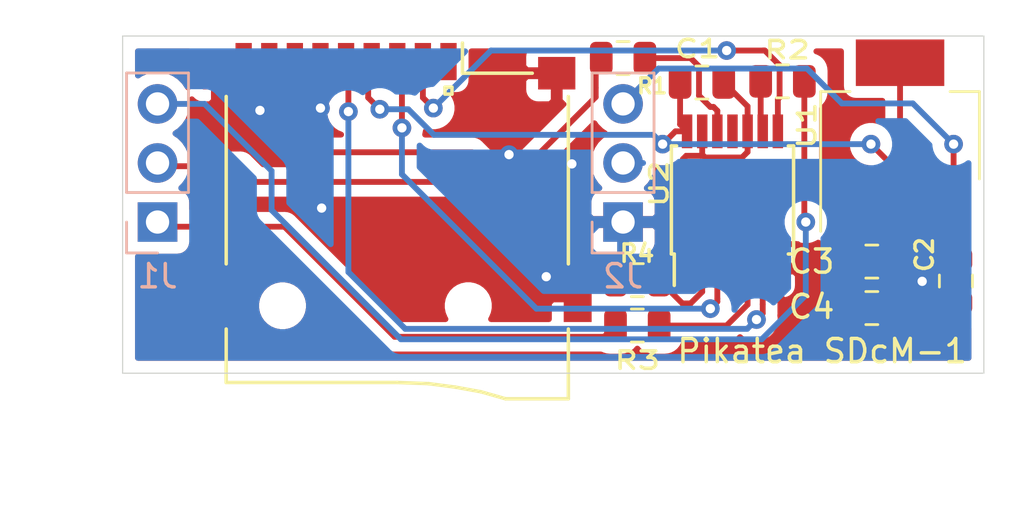
<source format=kicad_pcb>
(kicad_pcb (version 20171130) (host pcbnew "(5.1.6)-1")

  (general
    (thickness 1.6)
    (drawings 13)
    (tracks 166)
    (zones 0)
    (modules 13)
    (nets 20)
  )

  (page A4)
  (layers
    (0 F.Cu signal)
    (31 B.Cu signal)
    (32 B.Adhes user)
    (33 F.Adhes user)
    (34 B.Paste user)
    (35 F.Paste user)
    (36 B.SilkS user)
    (37 F.SilkS user)
    (38 B.Mask user)
    (39 F.Mask user)
    (40 Dwgs.User user)
    (41 Cmts.User user)
    (42 Eco1.User user)
    (43 Eco2.User user)
    (44 Edge.Cuts user)
    (45 Margin user)
    (46 B.CrtYd user)
    (47 F.CrtYd user)
    (48 B.Fab user)
    (49 F.Fab user)
  )

  (setup
    (last_trace_width 0.25)
    (trace_clearance 0.2)
    (zone_clearance 0.508)
    (zone_45_only no)
    (trace_min 0.2)
    (via_size 0.8)
    (via_drill 0.4)
    (via_min_size 0.4)
    (via_min_drill 0.3)
    (uvia_size 0.3)
    (uvia_drill 0.1)
    (uvias_allowed no)
    (uvia_min_size 0.2)
    (uvia_min_drill 0.1)
    (edge_width 0.05)
    (segment_width 0.2)
    (pcb_text_width 0.3)
    (pcb_text_size 1.5 1.5)
    (mod_edge_width 0.12)
    (mod_text_size 1 1)
    (mod_text_width 0.15)
    (pad_size 1.524 1.524)
    (pad_drill 0.762)
    (pad_to_mask_clearance 0.05)
    (aux_axis_origin 0 0)
    (visible_elements FFFDFF7F)
    (pcbplotparams
      (layerselection 0x010fc_ffffffff)
      (usegerberextensions false)
      (usegerberattributes true)
      (usegerberadvancedattributes true)
      (creategerberjobfile true)
      (excludeedgelayer true)
      (linewidth 0.100000)
      (plotframeref false)
      (viasonmask false)
      (mode 1)
      (useauxorigin false)
      (hpglpennumber 1)
      (hpglpenspeed 20)
      (hpglpendiameter 15.000000)
      (psnegative false)
      (psa4output false)
      (plotreference true)
      (plotvalue true)
      (plotinvisibletext false)
      (padsonsilk false)
      (subtractmaskfromsilk false)
      (outputformat 1)
      (mirror false)
      (drillshape 0)
      (scaleselection 1)
      (outputdirectory "Gerbers"))
  )

  (net 0 "")
  (net 1 GND)
  (net 2 3.3v)
  (net 3 5v)
  (net 4 "Net-(R1-Pad2)")
  (net 5 "Net-(R1-Pad1)")
  (net 6 CS)
  (net 7 "Net-(R2-Pad1)")
  (net 8 SCK)
  (net 9 "Net-(R3-Pad1)")
  (net 10 MOSI)
  (net 11 "Net-(R4-Pad1)")
  (net 12 "Net-(U2-Pad3)")
  (net 13 "Net-(U2-Pad8)")
  (net 14 "Net-(XS1-Pad1)")
  (net 15 "Net-(U2-Pad6)")
  (net 16 "Net-(XS1-Pad8)")
  (net 17 "Net-(XS1-Pad9)")
  (net 18 MISO)
  (net 19 "Net-(J2-Pad2)")

  (net_class Default "This is the default net class."
    (clearance 0.2)
    (trace_width 0.25)
    (via_dia 0.8)
    (via_drill 0.4)
    (uvia_dia 0.3)
    (uvia_drill 0.1)
    (add_net 3.3v)
    (add_net 5v)
    (add_net CS)
    (add_net GND)
    (add_net MISO)
    (add_net MOSI)
    (add_net "Net-(J2-Pad2)")
    (add_net "Net-(R1-Pad1)")
    (add_net "Net-(R1-Pad2)")
    (add_net "Net-(R2-Pad1)")
    (add_net "Net-(R3-Pad1)")
    (add_net "Net-(R4-Pad1)")
    (add_net "Net-(U2-Pad3)")
    (add_net "Net-(U2-Pad6)")
    (add_net "Net-(U2-Pad8)")
    (add_net "Net-(XS1-Pad1)")
    (add_net "Net-(XS1-Pad8)")
    (add_net "Net-(XS1-Pad9)")
    (add_net SCK)
  )

  (module Resistor_SMD:R_0805_2012Metric (layer F.Cu) (tedit 5B36C52B) (tstamp 601CD728)
    (at 217.35 75.45)
    (descr "Resistor SMD 0805 (2012 Metric), square (rectangular) end terminal, IPC_7351 nominal, (Body size source: https://docs.google.com/spreadsheets/d/1BsfQQcO9C6DZCsRaXUlFlo91Tg2WpOkGARC1WS5S8t0/edit?usp=sharing), generated with kicad-footprint-generator")
    (tags resistor)
    (path /601CF92F)
    (attr smd)
    (fp_text reference R2 (at 0.2 -1.35) (layer F.SilkS)
      (effects (font (size 0.75 1) (thickness 0.15)))
    )
    (fp_text value 3.3K (at 0 1.65) (layer F.Fab)
      (effects (font (size 1 1) (thickness 0.15)))
    )
    (fp_text user %R (at 0 0) (layer F.Fab)
      (effects (font (size 0.5 0.5) (thickness 0.08)))
    )
    (fp_line (start -1 0.6) (end -1 -0.6) (layer F.Fab) (width 0.1))
    (fp_line (start -1 -0.6) (end 1 -0.6) (layer F.Fab) (width 0.1))
    (fp_line (start 1 -0.6) (end 1 0.6) (layer F.Fab) (width 0.1))
    (fp_line (start 1 0.6) (end -1 0.6) (layer F.Fab) (width 0.1))
    (fp_line (start -0.258578 -0.71) (end 0.258578 -0.71) (layer F.SilkS) (width 0.12))
    (fp_line (start -0.258578 0.71) (end 0.258578 0.71) (layer F.SilkS) (width 0.12))
    (fp_line (start -1.68 0.95) (end -1.68 -0.95) (layer F.CrtYd) (width 0.05))
    (fp_line (start -1.68 -0.95) (end 1.68 -0.95) (layer F.CrtYd) (width 0.05))
    (fp_line (start 1.68 -0.95) (end 1.68 0.95) (layer F.CrtYd) (width 0.05))
    (fp_line (start 1.68 0.95) (end -1.68 0.95) (layer F.CrtYd) (width 0.05))
    (pad 2 smd roundrect (at 0.9375 0) (size 0.975 1.4) (layers F.Cu F.Paste F.Mask) (roundrect_rratio 0.25)
      (net 6 CS))
    (pad 1 smd roundrect (at -0.9375 0) (size 0.975 1.4) (layers F.Cu F.Paste F.Mask) (roundrect_rratio 0.25)
      (net 7 "Net-(R2-Pad1)"))
    (model ${KISYS3DMOD}/Resistor_SMD.3dshapes/R_0805_2012Metric.wrl
      (at (xyz 0 0 0))
      (scale (xyz 1 1 1))
      (rotate (xyz 0 0 0))
    )
  )

  (module Resistor_SMD:R_0805_2012Metric (layer F.Cu) (tedit 5B36C52B) (tstamp 601CD779)
    (at 210.5 74.45 180)
    (descr "Resistor SMD 0805 (2012 Metric), square (rectangular) end terminal, IPC_7351 nominal, (Body size source: https://docs.google.com/spreadsheets/d/1BsfQQcO9C6DZCsRaXUlFlo91Tg2WpOkGARC1WS5S8t0/edit?usp=sharing), generated with kicad-footprint-generator")
    (tags resistor)
    (path /601D06D1)
    (attr smd)
    (fp_text reference R1 (at -1.25 -1.2) (layer F.SilkS)
      (effects (font (size 0.65 0.65) (thickness 0.15)))
    )
    (fp_text value 3.3K (at 0 1.65) (layer F.Fab)
      (effects (font (size 1 1) (thickness 0.15)))
    )
    (fp_text user %R (at 0 0) (layer F.Fab)
      (effects (font (size 0.5 0.5) (thickness 0.08)))
    )
    (fp_line (start -1 0.6) (end -1 -0.6) (layer F.Fab) (width 0.1))
    (fp_line (start -1 -0.6) (end 1 -0.6) (layer F.Fab) (width 0.1))
    (fp_line (start 1 -0.6) (end 1 0.6) (layer F.Fab) (width 0.1))
    (fp_line (start 1 0.6) (end -1 0.6) (layer F.Fab) (width 0.1))
    (fp_line (start -0.258578 -0.71) (end 0.258578 -0.71) (layer F.SilkS) (width 0.12))
    (fp_line (start -0.258578 0.71) (end 0.258578 0.71) (layer F.SilkS) (width 0.12))
    (fp_line (start -1.68 0.95) (end -1.68 -0.95) (layer F.CrtYd) (width 0.05))
    (fp_line (start -1.68 -0.95) (end 1.68 -0.95) (layer F.CrtYd) (width 0.05))
    (fp_line (start 1.68 -0.95) (end 1.68 0.95) (layer F.CrtYd) (width 0.05))
    (fp_line (start 1.68 0.95) (end -1.68 0.95) (layer F.CrtYd) (width 0.05))
    (pad 2 smd roundrect (at 0.9375 0 180) (size 0.975 1.4) (layers F.Cu F.Paste F.Mask) (roundrect_rratio 0.25)
      (net 4 "Net-(R1-Pad2)"))
    (pad 1 smd roundrect (at -0.9375 0 180) (size 0.975 1.4) (layers F.Cu F.Paste F.Mask) (roundrect_rratio 0.25)
      (net 5 "Net-(R1-Pad1)"))
    (model ${KISYS3DMOD}/Resistor_SMD.3dshapes/R_0805_2012Metric.wrl
      (at (xyz 0 0 0))
      (scale (xyz 1 1 1))
      (rotate (xyz 0 0 0))
    )
  )

  (module Resistor_SMD:R_0805_2012Metric (layer F.Cu) (tedit 5B36C52B) (tstamp 601CCCF1)
    (at 211.1125 84 180)
    (descr "Resistor SMD 0805 (2012 Metric), square (rectangular) end terminal, IPC_7351 nominal, (Body size source: https://docs.google.com/spreadsheets/d/1BsfQQcO9C6DZCsRaXUlFlo91Tg2WpOkGARC1WS5S8t0/edit?usp=sharing), generated with kicad-footprint-generator")
    (tags resistor)
    (path /601CED53)
    (attr smd)
    (fp_text reference R4 (at 0.0125 1.15) (layer F.SilkS)
      (effects (font (size 0.75 0.75) (thickness 0.15)))
    )
    (fp_text value 3.3K (at 0 1.65) (layer F.Fab)
      (effects (font (size 1 1) (thickness 0.15)))
    )
    (fp_text user %R (at 0 0) (layer F.Fab)
      (effects (font (size 0.5 0.5) (thickness 0.08)))
    )
    (fp_line (start -1 0.6) (end -1 -0.6) (layer F.Fab) (width 0.1))
    (fp_line (start -1 -0.6) (end 1 -0.6) (layer F.Fab) (width 0.1))
    (fp_line (start 1 -0.6) (end 1 0.6) (layer F.Fab) (width 0.1))
    (fp_line (start 1 0.6) (end -1 0.6) (layer F.Fab) (width 0.1))
    (fp_line (start -0.258578 -0.71) (end 0.258578 -0.71) (layer F.SilkS) (width 0.12))
    (fp_line (start -0.258578 0.71) (end 0.258578 0.71) (layer F.SilkS) (width 0.12))
    (fp_line (start -1.68 0.95) (end -1.68 -0.95) (layer F.CrtYd) (width 0.05))
    (fp_line (start -1.68 -0.95) (end 1.68 -0.95) (layer F.CrtYd) (width 0.05))
    (fp_line (start 1.68 -0.95) (end 1.68 0.95) (layer F.CrtYd) (width 0.05))
    (fp_line (start 1.68 0.95) (end -1.68 0.95) (layer F.CrtYd) (width 0.05))
    (pad 2 smd roundrect (at 0.9375 0 180) (size 0.975 1.4) (layers F.Cu F.Paste F.Mask) (roundrect_rratio 0.25)
      (net 10 MOSI))
    (pad 1 smd roundrect (at -0.9375 0 180) (size 0.975 1.4) (layers F.Cu F.Paste F.Mask) (roundrect_rratio 0.25)
      (net 11 "Net-(R4-Pad1)"))
    (model ${KISYS3DMOD}/Resistor_SMD.3dshapes/R_0805_2012Metric.wrl
      (at (xyz 0 0 0))
      (scale (xyz 1 1 1))
      (rotate (xyz 0 0 0))
    )
  )

  (module Resistor_SMD:R_0805_2012Metric (layer F.Cu) (tedit 5B36C52B) (tstamp 601C87D5)
    (at 211.1125 85.95 180)
    (descr "Resistor SMD 0805 (2012 Metric), square (rectangular) end terminal, IPC_7351 nominal, (Body size source: https://docs.google.com/spreadsheets/d/1BsfQQcO9C6DZCsRaXUlFlo91Tg2WpOkGARC1WS5S8t0/edit?usp=sharing), generated with kicad-footprint-generator")
    (tags resistor)
    (path /601CF411)
    (attr smd)
    (fp_text reference R3 (at 0 -1.5) (layer F.SilkS)
      (effects (font (size 0.75 1) (thickness 0.15)))
    )
    (fp_text value 3.3K (at 0 1.65) (layer F.Fab)
      (effects (font (size 1 1) (thickness 0.15)))
    )
    (fp_text user %R (at 0 0) (layer F.Fab)
      (effects (font (size 0.5 0.5) (thickness 0.08)))
    )
    (fp_line (start -1 0.6) (end -1 -0.6) (layer F.Fab) (width 0.1))
    (fp_line (start -1 -0.6) (end 1 -0.6) (layer F.Fab) (width 0.1))
    (fp_line (start 1 -0.6) (end 1 0.6) (layer F.Fab) (width 0.1))
    (fp_line (start 1 0.6) (end -1 0.6) (layer F.Fab) (width 0.1))
    (fp_line (start -0.258578 -0.71) (end 0.258578 -0.71) (layer F.SilkS) (width 0.12))
    (fp_line (start -0.258578 0.71) (end 0.258578 0.71) (layer F.SilkS) (width 0.12))
    (fp_line (start -1.68 0.95) (end -1.68 -0.95) (layer F.CrtYd) (width 0.05))
    (fp_line (start -1.68 -0.95) (end 1.68 -0.95) (layer F.CrtYd) (width 0.05))
    (fp_line (start 1.68 -0.95) (end 1.68 0.95) (layer F.CrtYd) (width 0.05))
    (fp_line (start 1.68 0.95) (end -1.68 0.95) (layer F.CrtYd) (width 0.05))
    (pad 2 smd roundrect (at 0.9375 0 180) (size 0.975 1.4) (layers F.Cu F.Paste F.Mask) (roundrect_rratio 0.25)
      (net 8 SCK))
    (pad 1 smd roundrect (at -0.9375 0 180) (size 0.975 1.4) (layers F.Cu F.Paste F.Mask) (roundrect_rratio 0.25)
      (net 9 "Net-(R3-Pad1)"))
    (model ${KISYS3DMOD}/Resistor_SMD.3dshapes/R_0805_2012Metric.wrl
      (at (xyz 0 0 0))
      (scale (xyz 1 1 1))
      (rotate (xyz 0 0 0))
    )
  )

  (module Capacitor_SMD:C_0805_2012Metric (layer F.Cu) (tedit 5B36C52B) (tstamp 601C9F39)
    (at 221.1875 85.2 180)
    (descr "Capacitor SMD 0805 (2012 Metric), square (rectangular) end terminal, IPC_7351 nominal, (Body size source: https://docs.google.com/spreadsheets/d/1BsfQQcO9C6DZCsRaXUlFlo91Tg2WpOkGARC1WS5S8t0/edit?usp=sharing), generated with kicad-footprint-generator")
    (tags capacitor)
    (path /601DEFEB)
    (attr smd)
    (fp_text reference C4 (at 2.5875 0.05) (layer F.SilkS)
      (effects (font (size 1 1) (thickness 0.15)))
    )
    (fp_text value 100nF (at 0 1.65) (layer F.Fab)
      (effects (font (size 1 1) (thickness 0.15)))
    )
    (fp_text user %R (at 0 0) (layer F.Fab)
      (effects (font (size 0.5 0.5) (thickness 0.08)))
    )
    (fp_line (start -1 0.6) (end -1 -0.6) (layer F.Fab) (width 0.1))
    (fp_line (start -1 -0.6) (end 1 -0.6) (layer F.Fab) (width 0.1))
    (fp_line (start 1 -0.6) (end 1 0.6) (layer F.Fab) (width 0.1))
    (fp_line (start 1 0.6) (end -1 0.6) (layer F.Fab) (width 0.1))
    (fp_line (start -0.258578 -0.71) (end 0.258578 -0.71) (layer F.SilkS) (width 0.12))
    (fp_line (start -0.258578 0.71) (end 0.258578 0.71) (layer F.SilkS) (width 0.12))
    (fp_line (start -1.68 0.95) (end -1.68 -0.95) (layer F.CrtYd) (width 0.05))
    (fp_line (start -1.68 -0.95) (end 1.68 -0.95) (layer F.CrtYd) (width 0.05))
    (fp_line (start 1.68 -0.95) (end 1.68 0.95) (layer F.CrtYd) (width 0.05))
    (fp_line (start 1.68 0.95) (end -1.68 0.95) (layer F.CrtYd) (width 0.05))
    (pad 2 smd roundrect (at 0.9375 0 180) (size 0.975 1.4) (layers F.Cu F.Paste F.Mask) (roundrect_rratio 0.25)
      (net 1 GND))
    (pad 1 smd roundrect (at -0.9375 0 180) (size 0.975 1.4) (layers F.Cu F.Paste F.Mask) (roundrect_rratio 0.25)
      (net 2 3.3v))
    (model ${KISYS3DMOD}/Capacitor_SMD.3dshapes/C_0805_2012Metric.wrl
      (at (xyz 0 0 0))
      (scale (xyz 1 1 1))
      (rotate (xyz 0 0 0))
    )
  )

  (module Capacitor_SMD:C_0805_2012Metric (layer F.Cu) (tedit 5B36C52B) (tstamp 601CBD1A)
    (at 221.1875 83.2 180)
    (descr "Capacitor SMD 0805 (2012 Metric), square (rectangular) end terminal, IPC_7351 nominal, (Body size source: https://docs.google.com/spreadsheets/d/1BsfQQcO9C6DZCsRaXUlFlo91Tg2WpOkGARC1WS5S8t0/edit?usp=sharing), generated with kicad-footprint-generator")
    (tags capacitor)
    (path /601DE960)
    (attr smd)
    (fp_text reference C3 (at 2.5875 0) (layer F.SilkS)
      (effects (font (size 1 1) (thickness 0.15)))
    )
    (fp_text value 100uF (at 0 1.65) (layer F.Fab)
      (effects (font (size 1 1) (thickness 0.15)))
    )
    (fp_text user %R (at 0 0) (layer F.Fab)
      (effects (font (size 0.5 0.5) (thickness 0.08)))
    )
    (fp_line (start -1 0.6) (end -1 -0.6) (layer F.Fab) (width 0.1))
    (fp_line (start -1 -0.6) (end 1 -0.6) (layer F.Fab) (width 0.1))
    (fp_line (start 1 -0.6) (end 1 0.6) (layer F.Fab) (width 0.1))
    (fp_line (start 1 0.6) (end -1 0.6) (layer F.Fab) (width 0.1))
    (fp_line (start -0.258578 -0.71) (end 0.258578 -0.71) (layer F.SilkS) (width 0.12))
    (fp_line (start -0.258578 0.71) (end 0.258578 0.71) (layer F.SilkS) (width 0.12))
    (fp_line (start -1.68 0.95) (end -1.68 -0.95) (layer F.CrtYd) (width 0.05))
    (fp_line (start -1.68 -0.95) (end 1.68 -0.95) (layer F.CrtYd) (width 0.05))
    (fp_line (start 1.68 -0.95) (end 1.68 0.95) (layer F.CrtYd) (width 0.05))
    (fp_line (start 1.68 0.95) (end -1.68 0.95) (layer F.CrtYd) (width 0.05))
    (pad 2 smd roundrect (at 0.9375 0 180) (size 0.975 1.4) (layers F.Cu F.Paste F.Mask) (roundrect_rratio 0.25)
      (net 1 GND))
    (pad 1 smd roundrect (at -0.9375 0 180) (size 0.975 1.4) (layers F.Cu F.Paste F.Mask) (roundrect_rratio 0.25)
      (net 2 3.3v))
    (model ${KISYS3DMOD}/Capacitor_SMD.3dshapes/C_0805_2012Metric.wrl
      (at (xyz 0 0 0))
      (scale (xyz 1 1 1))
      (rotate (xyz 0 0 0))
    )
  )

  (module Capacitor_SMD:C_0805_2012Metric (layer F.Cu) (tedit 5B36C52B) (tstamp 601C878A)
    (at 224.8 84.0375 270)
    (descr "Capacitor SMD 0805 (2012 Metric), square (rectangular) end terminal, IPC_7351 nominal, (Body size source: https://docs.google.com/spreadsheets/d/1BsfQQcO9C6DZCsRaXUlFlo91Tg2WpOkGARC1WS5S8t0/edit?usp=sharing), generated with kicad-footprint-generator")
    (tags capacitor)
    (path /601DF35F)
    (attr smd)
    (fp_text reference C2 (at -1.1375 1.35 270) (layer F.SilkS)
      (effects (font (size 0.75 0.75) (thickness 0.15)))
    )
    (fp_text value 100nF (at 0 1.65 90) (layer F.Fab)
      (effects (font (size 1 1) (thickness 0.15)))
    )
    (fp_text user %R (at 0 0 90) (layer F.Fab)
      (effects (font (size 0.5 0.5) (thickness 0.08)))
    )
    (fp_line (start -1 0.6) (end -1 -0.6) (layer F.Fab) (width 0.1))
    (fp_line (start -1 -0.6) (end 1 -0.6) (layer F.Fab) (width 0.1))
    (fp_line (start 1 -0.6) (end 1 0.6) (layer F.Fab) (width 0.1))
    (fp_line (start 1 0.6) (end -1 0.6) (layer F.Fab) (width 0.1))
    (fp_line (start -0.258578 -0.71) (end 0.258578 -0.71) (layer F.SilkS) (width 0.12))
    (fp_line (start -0.258578 0.71) (end 0.258578 0.71) (layer F.SilkS) (width 0.12))
    (fp_line (start -1.68 0.95) (end -1.68 -0.95) (layer F.CrtYd) (width 0.05))
    (fp_line (start -1.68 -0.95) (end 1.68 -0.95) (layer F.CrtYd) (width 0.05))
    (fp_line (start 1.68 -0.95) (end 1.68 0.95) (layer F.CrtYd) (width 0.05))
    (fp_line (start 1.68 0.95) (end -1.68 0.95) (layer F.CrtYd) (width 0.05))
    (pad 2 smd roundrect (at 0.9375 0 270) (size 0.975 1.4) (layers F.Cu F.Paste F.Mask) (roundrect_rratio 0.25)
      (net 1 GND))
    (pad 1 smd roundrect (at -0.9375 0 270) (size 0.975 1.4) (layers F.Cu F.Paste F.Mask) (roundrect_rratio 0.25)
      (net 3 5v))
    (model ${KISYS3DMOD}/Capacitor_SMD.3dshapes/C_0805_2012Metric.wrl
      (at (xyz 0 0 0))
      (scale (xyz 1 1 1))
      (rotate (xyz 0 0 0))
    )
  )

  (module Capacitor_SMD:C_0805_2012Metric (layer F.Cu) (tedit 5B36C52B) (tstamp 601CD80B)
    (at 213.8875 75.5)
    (descr "Capacitor SMD 0805 (2012 Metric), square (rectangular) end terminal, IPC_7351 nominal, (Body size source: https://docs.google.com/spreadsheets/d/1BsfQQcO9C6DZCsRaXUlFlo91Tg2WpOkGARC1WS5S8t0/edit?usp=sharing), generated with kicad-footprint-generator")
    (tags capacitor)
    (path /601CB6C3)
    (attr smd)
    (fp_text reference C1 (at -0.1875 -1.45) (layer F.SilkS)
      (effects (font (size 0.75 1) (thickness 0.15)))
    )
    (fp_text value 100nF (at 0 1.65) (layer F.Fab)
      (effects (font (size 1 1) (thickness 0.15)))
    )
    (fp_text user %R (at 0 0) (layer F.Fab)
      (effects (font (size 0.5 0.5) (thickness 0.08)))
    )
    (fp_line (start -1 0.6) (end -1 -0.6) (layer F.Fab) (width 0.1))
    (fp_line (start -1 -0.6) (end 1 -0.6) (layer F.Fab) (width 0.1))
    (fp_line (start 1 -0.6) (end 1 0.6) (layer F.Fab) (width 0.1))
    (fp_line (start 1 0.6) (end -1 0.6) (layer F.Fab) (width 0.1))
    (fp_line (start -0.258578 -0.71) (end 0.258578 -0.71) (layer F.SilkS) (width 0.12))
    (fp_line (start -0.258578 0.71) (end 0.258578 0.71) (layer F.SilkS) (width 0.12))
    (fp_line (start -1.68 0.95) (end -1.68 -0.95) (layer F.CrtYd) (width 0.05))
    (fp_line (start -1.68 -0.95) (end 1.68 -0.95) (layer F.CrtYd) (width 0.05))
    (fp_line (start 1.68 -0.95) (end 1.68 0.95) (layer F.CrtYd) (width 0.05))
    (fp_line (start 1.68 0.95) (end -1.68 0.95) (layer F.CrtYd) (width 0.05))
    (pad 2 smd roundrect (at 0.9375 0) (size 0.975 1.4) (layers F.Cu F.Paste F.Mask) (roundrect_rratio 0.25)
      (net 1 GND))
    (pad 1 smd roundrect (at -0.9375 0) (size 0.975 1.4) (layers F.Cu F.Paste F.Mask) (roundrect_rratio 0.25)
      (net 2 3.3v))
    (model ${KISYS3DMOD}/Capacitor_SMD.3dshapes/C_0805_2012Metric.wrl
      (at (xyz 0 0 0))
      (scale (xyz 1 1 1))
      (rotate (xyz 0 0 0))
    )
  )

  (module Connector_PinHeader_2.54mm:PinHeader_1x03_P2.54mm_Vertical (layer B.Cu) (tedit 59FED5CC) (tstamp 601CA66F)
    (at 210.5 81.5)
    (descr "Through hole straight pin header, 1x03, 2.54mm pitch, single row")
    (tags "Through hole pin header THT 1x03 2.54mm single row")
    (path /601C7735)
    (fp_text reference J2 (at 0 2.33) (layer B.SilkS)
      (effects (font (size 1 1) (thickness 0.15)) (justify mirror))
    )
    (fp_text value Conn_01x03_Male (at 0 -7.41) (layer B.Fab)
      (effects (font (size 1 1) (thickness 0.15)) (justify mirror))
    )
    (fp_text user %R (at 0 -2.54 -90) (layer B.Fab)
      (effects (font (size 1 1) (thickness 0.15)) (justify mirror))
    )
    (fp_line (start -0.635 1.27) (end 1.27 1.27) (layer B.Fab) (width 0.1))
    (fp_line (start 1.27 1.27) (end 1.27 -6.35) (layer B.Fab) (width 0.1))
    (fp_line (start 1.27 -6.35) (end -1.27 -6.35) (layer B.Fab) (width 0.1))
    (fp_line (start -1.27 -6.35) (end -1.27 0.635) (layer B.Fab) (width 0.1))
    (fp_line (start -1.27 0.635) (end -0.635 1.27) (layer B.Fab) (width 0.1))
    (fp_line (start -1.33 -6.41) (end 1.33 -6.41) (layer B.SilkS) (width 0.12))
    (fp_line (start -1.33 -1.27) (end -1.33 -6.41) (layer B.SilkS) (width 0.12))
    (fp_line (start 1.33 -1.27) (end 1.33 -6.41) (layer B.SilkS) (width 0.12))
    (fp_line (start -1.33 -1.27) (end 1.33 -1.27) (layer B.SilkS) (width 0.12))
    (fp_line (start -1.33 0) (end -1.33 1.33) (layer B.SilkS) (width 0.12))
    (fp_line (start -1.33 1.33) (end 0 1.33) (layer B.SilkS) (width 0.12))
    (fp_line (start -1.8 1.8) (end -1.8 -6.85) (layer B.CrtYd) (width 0.05))
    (fp_line (start -1.8 -6.85) (end 1.8 -6.85) (layer B.CrtYd) (width 0.05))
    (fp_line (start 1.8 -6.85) (end 1.8 1.8) (layer B.CrtYd) (width 0.05))
    (fp_line (start 1.8 1.8) (end -1.8 1.8) (layer B.CrtYd) (width 0.05))
    (pad 3 thru_hole oval (at 0 -5.08) (size 1.7 1.7) (drill 1) (layers *.Cu *.Mask)
      (net 3 5v))
    (pad 2 thru_hole oval (at 0 -2.54) (size 1.7 1.7) (drill 1) (layers *.Cu *.Mask)
      (net 19 "Net-(J2-Pad2)"))
    (pad 1 thru_hole rect (at 0 0) (size 1.7 1.7) (drill 1) (layers *.Cu *.Mask)
      (net 1 GND))
    (model ${KISYS3DMOD}/Connector_PinHeader_2.54mm.3dshapes/PinHeader_1x03_P2.54mm_Vertical.wrl
      (at (xyz 0 0 0))
      (scale (xyz 1 1 1))
      (rotate (xyz 0 0 0))
    )
  )

  (module Connector_PinHeader_2.54mm:PinHeader_1x03_P2.54mm_Vertical (layer B.Cu) (tedit 59FED5CC) (tstamp 601C9564)
    (at 190.5 81.5)
    (descr "Through hole straight pin header, 1x03, 2.54mm pitch, single row")
    (tags "Through hole pin header THT 1x03 2.54mm single row")
    (path /601C7107)
    (fp_text reference J1 (at 0 2.33) (layer B.SilkS)
      (effects (font (size 1 1) (thickness 0.15)) (justify mirror))
    )
    (fp_text value Conn_01x03_Male (at 0 -7.41) (layer B.Fab)
      (effects (font (size 1 1) (thickness 0.15)) (justify mirror))
    )
    (fp_text user %R (at 0 -2.54 -90) (layer B.Fab)
      (effects (font (size 1 1) (thickness 0.15)) (justify mirror))
    )
    (fp_line (start -0.635 1.27) (end 1.27 1.27) (layer B.Fab) (width 0.1))
    (fp_line (start 1.27 1.27) (end 1.27 -6.35) (layer B.Fab) (width 0.1))
    (fp_line (start 1.27 -6.35) (end -1.27 -6.35) (layer B.Fab) (width 0.1))
    (fp_line (start -1.27 -6.35) (end -1.27 0.635) (layer B.Fab) (width 0.1))
    (fp_line (start -1.27 0.635) (end -0.635 1.27) (layer B.Fab) (width 0.1))
    (fp_line (start -1.33 -6.41) (end 1.33 -6.41) (layer B.SilkS) (width 0.12))
    (fp_line (start -1.33 -1.27) (end -1.33 -6.41) (layer B.SilkS) (width 0.12))
    (fp_line (start 1.33 -1.27) (end 1.33 -6.41) (layer B.SilkS) (width 0.12))
    (fp_line (start -1.33 -1.27) (end 1.33 -1.27) (layer B.SilkS) (width 0.12))
    (fp_line (start -1.33 0) (end -1.33 1.33) (layer B.SilkS) (width 0.12))
    (fp_line (start -1.33 1.33) (end 0 1.33) (layer B.SilkS) (width 0.12))
    (fp_line (start -1.8 1.8) (end -1.8 -6.85) (layer B.CrtYd) (width 0.05))
    (fp_line (start -1.8 -6.85) (end 1.8 -6.85) (layer B.CrtYd) (width 0.05))
    (fp_line (start 1.8 -6.85) (end 1.8 1.8) (layer B.CrtYd) (width 0.05))
    (fp_line (start 1.8 1.8) (end -1.8 1.8) (layer B.CrtYd) (width 0.05))
    (pad 3 thru_hole oval (at 0 -5.08) (size 1.7 1.7) (drill 1) (layers *.Cu *.Mask)
      (net 6 CS))
    (pad 2 thru_hole oval (at 0 -2.54) (size 1.7 1.7) (drill 1) (layers *.Cu *.Mask)
      (net 10 MOSI))
    (pad 1 thru_hole rect (at 0 0) (size 1.7 1.7) (drill 1) (layers *.Cu *.Mask)
      (net 8 SCK))
    (model ${KISYS3DMOD}/Connector_PinHeader_2.54mm.3dshapes/PinHeader_1x03_P2.54mm_Vertical.wrl
      (at (xyz 0 0 0))
      (scale (xyz 1 1 1))
      (rotate (xyz 0 0 0))
    )
  )

  (module Package_SO:TSSOP-14-1EP_4.4x5mm_P0.65mm (layer F.Cu) (tedit 5A02F25C) (tstamp 601CE9AE)
    (at 215.2 80.55 90)
    (descr "14-Lead Plastic Thin Shrink Small Outline (ST)-4.4 mm Body [TSSOP] with exposed pad (http://cds.linear.com/docs/en/datasheet/34301fa.pdf)")
    (tags "SSOP 0.65 exposed pad")
    (path /601C3106)
    (attr smd)
    (fp_text reference U2 (at 0.7 -3.15 90) (layer F.SilkS)
      (effects (font (size 0.75 1) (thickness 0.15)))
    )
    (fp_text value 74LVC125APW,118 (at 0 3.55 90) (layer F.Fab)
      (effects (font (size 1 1) (thickness 0.15)))
    )
    (fp_text user %R (at -0.1 0 90) (layer F.Fab)
      (effects (font (size 0.8 0.8) (thickness 0.15)))
    )
    (fp_line (start -1.2 -2.5) (end 2.2 -2.5) (layer F.Fab) (width 0.15))
    (fp_line (start 2.2 -2.5) (end 2.2 2.5) (layer F.Fab) (width 0.15))
    (fp_line (start 2.2 2.5) (end -2.2 2.5) (layer F.Fab) (width 0.15))
    (fp_line (start -2.2 2.5) (end -2.2 -1.5) (layer F.Fab) (width 0.15))
    (fp_line (start -2.2 -1.5) (end -1.2 -2.5) (layer F.Fab) (width 0.15))
    (fp_line (start -3.95 -2.8) (end -3.95 2.8) (layer F.CrtYd) (width 0.05))
    (fp_line (start 3.95 -2.8) (end 3.95 2.8) (layer F.CrtYd) (width 0.05))
    (fp_line (start -3.95 -2.8) (end 3.95 -2.8) (layer F.CrtYd) (width 0.05))
    (fp_line (start -3.95 2.8) (end 3.95 2.8) (layer F.CrtYd) (width 0.05))
    (fp_line (start -2.325 -2.625) (end -2.325 -2.5) (layer F.SilkS) (width 0.15))
    (fp_line (start 2.325 -2.625) (end 2.325 -2.4) (layer F.SilkS) (width 0.15))
    (fp_line (start 2.325 2.625) (end 2.325 2.4) (layer F.SilkS) (width 0.15))
    (fp_line (start -2.325 2.625) (end -2.325 2.4) (layer F.SilkS) (width 0.15))
    (fp_line (start -2.325 -2.625) (end 2.325 -2.625) (layer F.SilkS) (width 0.15))
    (fp_line (start -2.325 2.625) (end 2.325 2.625) (layer F.SilkS) (width 0.15))
    (fp_line (start -2.325 -2.5) (end -3.675 -2.5) (layer F.SilkS) (width 0.15))
    (pad 15 smd rect (at -0.75 -0.9 90) (size 1.5 1.8) (layers F.Cu F.Paste F.Mask)
      (solder_paste_margin -0.2))
    (pad 14 smd rect (at 2.95 -1.95 90) (size 1.45 0.45) (layers F.Cu F.Paste F.Mask)
      (net 2 3.3v))
    (pad 13 smd rect (at 2.95 -1.3 90) (size 1.45 0.45) (layers F.Cu F.Paste F.Mask)
      (net 1 GND))
    (pad 12 smd rect (at 2.95 -0.65 90) (size 1.45 0.45) (layers F.Cu F.Paste F.Mask)
      (net 5 "Net-(R1-Pad1)"))
    (pad 11 smd rect (at 2.95 0 90) (size 1.45 0.45) (layers F.Cu F.Paste F.Mask)
      (net 18 MISO))
    (pad 10 smd rect (at 2.95 0.65 90) (size 1.45 0.45) (layers F.Cu F.Paste F.Mask)
      (net 1 GND))
    (pad 9 smd rect (at 2.95 1.3 90) (size 1.45 0.45) (layers F.Cu F.Paste F.Mask)
      (net 7 "Net-(R2-Pad1)"))
    (pad 8 smd rect (at 2.95 1.95 90) (size 1.45 0.45) (layers F.Cu F.Paste F.Mask)
      (net 13 "Net-(U2-Pad8)"))
    (pad 7 smd rect (at -2.95 1.95 90) (size 1.45 0.45) (layers F.Cu F.Paste F.Mask)
      (net 1 GND))
    (pad 6 smd rect (at -2.95 1.3 90) (size 1.45 0.45) (layers F.Cu F.Paste F.Mask)
      (net 15 "Net-(U2-Pad6)"))
    (pad 5 smd rect (at -2.95 0.65 90) (size 1.45 0.45) (layers F.Cu F.Paste F.Mask)
      (net 9 "Net-(R3-Pad1)"))
    (pad 4 smd rect (at -2.95 0 90) (size 1.45 0.45) (layers F.Cu F.Paste F.Mask)
      (net 1 GND))
    (pad 3 smd rect (at -2.95 -0.65 90) (size 1.45 0.45) (layers F.Cu F.Paste F.Mask)
      (net 12 "Net-(U2-Pad3)"))
    (pad 2 smd rect (at -2.95 -1.3 90) (size 1.45 0.45) (layers F.Cu F.Paste F.Mask)
      (net 11 "Net-(R4-Pad1)"))
    (pad 1 smd rect (at -2.95 -1.95 90) (size 1.45 0.45) (layers F.Cu F.Paste F.Mask)
      (net 1 GND))
    (pad 15 smd rect (at 0.75 -0.9 90) (size 1.5 1.8) (layers F.Cu F.Paste F.Mask)
      (solder_paste_margin -0.2))
    (pad 15 smd rect (at 0.75 0.9 90) (size 1.5 1.8) (layers F.Cu F.Paste F.Mask)
      (solder_paste_margin -0.2))
    (pad 15 smd rect (at -0.75 0.9 90) (size 1.5 1.8) (layers F.Cu F.Paste F.Mask)
      (solder_paste_margin -0.2))
    (model ${KISYS3DMOD}/Package_SO.3dshapes/TSSOP-14-1EP_4.4x5mm_P0.65mm.wrl
      (at (xyz 0 0 0))
      (scale (xyz 1 1 1))
      (rotate (xyz 0 0 0))
    )
  )

  (module Sd-Card:Conn_uSDcard (layer F.Cu) (tedit 5718CF45) (tstamp 601C8B2A)
    (at 200.8 85.1)
    (path /601C25A6)
    (fp_text reference XS1 (at 0.55 -0.95 180) (layer F.Fab)
      (effects (font (size 0.6 0.6) (thickness 0.1)))
    )
    (fp_text value SD_ebay-uSD-push_push_SMD (at 0 0 180) (layer F.Fab)
      (effects (font (size 0.6 0.5) (thickness 0.1)))
    )
    (fp_arc (start 3.95 8.6) (end 4.65 8.6) (angle 90) (layer F.Fab) (width 0.05))
    (fp_arc (start -5.85 8.6) (end -6.55 8.6) (angle -90) (layer F.Fab) (width 0.05))
    (fp_text user %R (at 0.95 -0.1 180) (layer Eco1.User)
      (effects (font (size 0.3 0.3) (thickness 0.03)))
    )
    (fp_line (start -7.35 3.3) (end 0 3.3) (layer F.SilkS) (width 0.15))
    (fp_line (start 0 3.3) (end 1.35 3.35) (layer F.SilkS) (width 0.15))
    (fp_line (start 1.35 3.35) (end 2.5 3.5) (layer F.SilkS) (width 0.15))
    (fp_line (start 2.5 3.5) (end 3.6 3.7) (layer F.SilkS) (width 0.15))
    (fp_line (start 3.6 3.7) (end 4.65 4) (layer F.SilkS) (width 0.15))
    (fp_line (start 2.8 -10) (end 2.8 -11.3) (layer F.SilkS) (width 0.15))
    (fp_line (start -7.35 -1.8) (end -7.35 -9) (layer F.SilkS) (width 0.15))
    (fp_line (start -7.35 1) (end -7.35 3.3) (layer F.SilkS) (width 0.15))
    (fp_line (start 4.65 4) (end 7.35 4) (layer F.SilkS) (width 0.15))
    (fp_line (start 7.35 4) (end 7.35 1) (layer F.SilkS) (width 0.15))
    (fp_line (start 7.35 -9) (end 7.35 -1.8) (layer F.SilkS) (width 0.15))
    (fp_line (start 7.35 -9.5) (end 6.85 -10) (layer F.Fab) (width 0.05))
    (fp_line (start 2.35 -9.4) (end 2.05 -9.4) (layer F.SilkS) (width 0.15))
    (fp_line (start 2.05 -9.4) (end 2.05 -9.1) (layer F.SilkS) (width 0.15))
    (fp_line (start 2.05 -9.1) (end 2.35 -9.1) (layer F.SilkS) (width 0.15))
    (fp_line (start 2.35 -9.1) (end 2.35 -9.4) (layer F.SilkS) (width 0.15))
    (fp_line (start -7.75 4.5) (end -7.75 1) (layer F.CrtYd) (width 0.05))
    (fp_line (start -7.75 1) (end -8.75 1) (layer F.CrtYd) (width 0.05))
    (fp_line (start -8.75 1) (end -8.75 -1.75) (layer F.CrtYd) (width 0.05))
    (fp_line (start -8.75 -1.75) (end -7.75 -1.75) (layer F.CrtYd) (width 0.05))
    (fp_line (start -7.75 -1.75) (end -7.75 -9) (layer F.CrtYd) (width 0.05))
    (fp_line (start -7.75 -9) (end -8.75 -9) (layer F.CrtYd) (width 0.05))
    (fp_line (start -8.75 -9) (end -8.75 -11) (layer F.CrtYd) (width 0.05))
    (fp_line (start -8.75 -11) (end -7.25 -11) (layer F.CrtYd) (width 0.05))
    (fp_line (start -7.25 -11) (end -7.25 -11.5) (layer F.CrtYd) (width 0.05))
    (fp_line (start -7.25 -11.5) (end 2.75 -11.5) (layer F.CrtYd) (width 0.05))
    (fp_line (start 2.75 -11.5) (end 2.75 -10.25) (layer F.CrtYd) (width 0.05))
    (fp_line (start 2.75 -10.25) (end 5.75 -10.25) (layer F.CrtYd) (width 0.05))
    (fp_line (start 5.75 -10.25) (end 5.75 -11) (layer F.CrtYd) (width 0.05))
    (fp_line (start 5.75 -11) (end 8 -11) (layer F.CrtYd) (width 0.05))
    (fp_line (start 8 -11) (end 8 -9) (layer F.CrtYd) (width 0.05))
    (fp_line (start 8 -9) (end 7.75 -9) (layer F.CrtYd) (width 0.05))
    (fp_line (start 7.75 -9) (end 7.75 -1.75) (layer F.CrtYd) (width 0.05))
    (fp_line (start 7.75 -1.75) (end 8.75 -1.75) (layer F.CrtYd) (width 0.05))
    (fp_line (start 8.75 -1.75) (end 8.75 1) (layer F.CrtYd) (width 0.05))
    (fp_line (start 8.75 1) (end 7.75 1) (layer F.CrtYd) (width 0.05))
    (fp_line (start 7.75 1) (end 7.75 4.5) (layer F.CrtYd) (width 0.05))
    (fp_line (start -9 4.5) (end -7 4.5) (layer Cmts.User) (width 0.05))
    (fp_line (start -7 4.5) (end -6 3.5) (layer Cmts.User) (width 0.05))
    (fp_line (start -6 3.5) (end 4 3.5) (layer Cmts.User) (width 0.05))
    (fp_line (start 4 3.5) (end 5 4.5) (layer Cmts.User) (width 0.05))
    (fp_line (start 5 4.5) (end 9 4.5) (layer Cmts.User) (width 0.05))
    (fp_line (start 0 3.3) (end 1.7 3.4) (layer F.Fab) (width 0.05))
    (fp_line (start 1.7 3.4) (end 3.5 3.7) (layer F.Fab) (width 0.05))
    (fp_line (start 3.5 3.7) (end 4.7 4) (layer F.Fab) (width 0.05))
    (fp_line (start 2.8 -10) (end 5.8 -10) (layer F.SilkS) (width 0.15))
    (fp_line (start -6.55 8.6) (end -6.55 3.3) (layer F.Fab) (width 0.05))
    (fp_line (start -5.85 9.3) (end 3.95 9.3) (layer F.Fab) (width 0.05))
    (fp_line (start 4.65 8.6) (end 4.65 4) (layer F.Fab) (width 0.05))
    (fp_line (start 4.65 4) (end 7.35 4) (layer F.Fab) (width 0.05))
    (fp_line (start -7.35 3.3) (end 0 3.3) (layer F.Fab) (width 0.05))
    (fp_line (start -7.35 -10) (end 7.35 -10) (layer F.Fab) (width 0.05))
    (fp_line (start 7.35 -10) (end 7.35 4) (layer F.Fab) (width 0.05))
    (fp_line (start -7.35 -10) (end -7.35 3.3) (layer F.Fab) (width 0.05))
    (pad 3 smd rect (at 0 -10.5) (size 0.7 1.6) (layers F.Cu F.Paste F.Mask)
      (net 12 "Net-(U2-Pad3)"))
    (pad "" np_thru_hole circle (at -4.93 0) (size 1 1) (drill 1) (layers *.Cu))
    (pad "" np_thru_hole circle (at 3.05 0) (size 1 1) (drill 1) (layers *.Cu))
    (pad 2 smd rect (at 1.1 -10.5) (size 0.7 1.6) (layers F.Cu F.Paste F.Mask)
      (net 13 "Net-(U2-Pad8)"))
    (pad 1 smd rect (at 2.2 -10.5) (size 0.7 1.6) (layers F.Cu F.Paste F.Mask)
      (net 14 "Net-(XS1-Pad1)"))
    (pad 4 smd rect (at -1.1 -10.5) (size 0.7 1.6) (layers F.Cu F.Paste F.Mask)
      (net 2 3.3v))
    (pad 5 smd rect (at -2.2 -10.5) (size 0.7 1.6) (layers F.Cu F.Paste F.Mask)
      (net 15 "Net-(U2-Pad6)"))
    (pad 6 smd rect (at -3.3 -10.5) (size 0.7 1.6) (layers F.Cu F.Paste F.Mask)
      (net 1 GND))
    (pad 8 smd rect (at -5.5 -10.5) (size 0.7 1.6) (layers F.Cu F.Paste F.Mask)
      (net 16 "Net-(XS1-Pad8)"))
    (pad 7 smd rect (at -4.4 -10.5) (size 0.7 1.6) (layers F.Cu F.Paste F.Mask)
      (net 4 "Net-(R1-Pad2)"))
    (pad 9 smd rect (at -6.6 -10.5) (size 0.7 1.6) (layers F.Cu F.Paste F.Mask)
      (net 17 "Net-(XS1-Pad9)"))
    (pad 6 smd rect (at -7.75 -10) (size 1.2 1.4) (layers F.Cu F.Paste F.Mask)
      (net 1 GND))
    (pad 6 smd rect (at 6.85 -10) (size 1.6 1.4) (layers F.Cu F.Paste F.Mask)
      (net 1 GND))
    (pad 6 smd rect (at -7.75 -0.4) (size 1.2 2.2) (layers F.Cu F.Paste F.Mask)
      (net 1 GND))
    (pad 6 smd rect (at 7.75 -0.4) (size 1.2 2.2) (layers F.Cu F.Paste F.Mask)
      (net 1 GND))
  )

  (module Package_TO_SOT_SMD:SOT-223-3_TabPin2 (layer F.Cu) (tedit 5A02FF57) (tstamp 601CEBD8)
    (at 222.4 77.8 90)
    (descr "module CMS SOT223 4 pins")
    (tags "CMS SOT")
    (path /601D967F)
    (attr smd)
    (fp_text reference U1 (at 0.45 -4 90) (layer F.SilkS)
      (effects (font (size 0.75 1) (thickness 0.15)))
    )
    (fp_text value AMS1117-3.3 (at 0 4.5 90) (layer F.Fab)
      (effects (font (size 1 1) (thickness 0.15)))
    )
    (fp_text user %R (at 0 0) (layer F.Fab)
      (effects (font (size 0.8 0.8) (thickness 0.12)))
    )
    (fp_line (start 1.91 3.41) (end 1.91 2.15) (layer F.SilkS) (width 0.12))
    (fp_line (start 1.91 -3.41) (end 1.91 -2.15) (layer F.SilkS) (width 0.12))
    (fp_line (start 4.4 -3.6) (end -4.4 -3.6) (layer F.CrtYd) (width 0.05))
    (fp_line (start 4.4 3.6) (end 4.4 -3.6) (layer F.CrtYd) (width 0.05))
    (fp_line (start -4.4 3.6) (end 4.4 3.6) (layer F.CrtYd) (width 0.05))
    (fp_line (start -4.4 -3.6) (end -4.4 3.6) (layer F.CrtYd) (width 0.05))
    (fp_line (start -1.85 -2.35) (end -0.85 -3.35) (layer F.Fab) (width 0.1))
    (fp_line (start -1.85 -2.35) (end -1.85 3.35) (layer F.Fab) (width 0.1))
    (fp_line (start -1.85 3.41) (end 1.91 3.41) (layer F.SilkS) (width 0.12))
    (fp_line (start -0.85 -3.35) (end 1.85 -3.35) (layer F.Fab) (width 0.1))
    (fp_line (start -4.1 -3.41) (end 1.91 -3.41) (layer F.SilkS) (width 0.12))
    (fp_line (start -1.85 3.35) (end 1.85 3.35) (layer F.Fab) (width 0.1))
    (fp_line (start 1.85 -3.35) (end 1.85 3.35) (layer F.Fab) (width 0.1))
    (pad 1 smd rect (at -3.15 -2.3 90) (size 2 1.5) (layers F.Cu F.Paste F.Mask)
      (net 1 GND))
    (pad 3 smd rect (at -3.15 2.3 90) (size 2 1.5) (layers F.Cu F.Paste F.Mask)
      (net 3 5v))
    (pad 2 smd rect (at -3.15 0 90) (size 2 1.5) (layers F.Cu F.Paste F.Mask)
      (net 2 3.3v))
    (pad 2 smd rect (at 3.15 0 90) (size 2 3.8) (layers F.Cu F.Paste F.Mask)
      (net 2 3.3v))
    (model ${KISYS3DMOD}/Package_TO_SOT_SMD.3dshapes/SOT-223.wrl
      (at (xyz 0 0 0))
      (scale (xyz 1 1 1))
      (rotate (xyz 0 0 0))
    )
  )

  (gr_text "Pikatea SDcM-1" (at 219.05 87.05) (layer F.SilkS)
    (effects (font (size 1 1) (thickness 0.15)))
  )
  (gr_line (start 189 88) (end 226 88) (layer Edge.Cuts) (width 0.05))
  (gr_line (start 189 73.5) (end 226 73.5) (layer Edge.Cuts) (width 0.05))
  (gr_line (start 226.05 74) (end 226.05 88) (layer Dwgs.User) (width 0.15))
  (gr_line (start 212.05 88) (end 212.05 74) (layer Dwgs.User) (width 0.15) (tstamp 601C949E))
  (gr_line (start 212.05 88) (end 226.05 88) (layer Dwgs.User) (width 0.15) (tstamp 601C949D))
  (gr_line (start 212.05 74) (end 226.05 74) (layer Dwgs.User) (width 0.15) (tstamp 601C949C))
  (gr_line (start 193 88) (end 207 88) (layer Dwgs.User) (width 0.15))
  (gr_line (start 207 74) (end 207 88) (layer Dwgs.User) (width 0.15))
  (gr_line (start 193 74) (end 207 74) (layer Dwgs.User) (width 0.15))
  (gr_line (start 193 88) (end 193 74) (layer Dwgs.User) (width 0.15))
  (gr_line (start 226 88) (end 226 73.5) (layer Edge.Cuts) (width 0.05))
  (gr_line (start 189 73.5) (end 189 88) (layer Edge.Cuts) (width 0.05))

  (segment (start 215.035001 82.449999) (end 215.2 82.614998) (width 0.25) (layer F.Cu) (net 1))
  (segment (start 213.414999 82.449999) (end 215.035001 82.449999) (width 0.25) (layer F.Cu) (net 1))
  (segment (start 215.2 82.614998) (end 215.2 83.5) (width 0.25) (layer F.Cu) (net 1))
  (segment (start 213.25 82.614998) (end 213.414999 82.449999) (width 0.25) (layer F.Cu) (net 1))
  (segment (start 213.25 83.5) (end 213.25 82.614998) (width 0.25) (layer F.Cu) (net 1))
  (segment (start 217.15 82.614998) (end 217.15 83.5) (width 0.25) (layer F.Cu) (net 1))
  (segment (start 215.250001 82.449999) (end 216.985001 82.449999) (width 0.25) (layer F.Cu) (net 1))
  (segment (start 216.985001 82.449999) (end 217.15 82.614998) (width 0.25) (layer F.Cu) (net 1))
  (segment (start 215.2 82.5) (end 215.250001 82.449999) (width 0.25) (layer F.Cu) (net 1))
  (segment (start 215.2 83.5) (end 215.2 82.5) (width 0.25) (layer F.Cu) (net 1))
  (segment (start 215.85 78.485002) (end 215.85 77.6) (width 0.25) (layer F.Cu) (net 1))
  (segment (start 215.610003 78.724999) (end 215.85 78.485002) (width 0.25) (layer F.Cu) (net 1))
  (segment (start 214.024999 78.724999) (end 215.610003 78.724999) (width 0.25) (layer F.Cu) (net 1))
  (segment (start 213.9 78.6) (end 214.024999 78.724999) (width 0.25) (layer F.Cu) (net 1))
  (segment (start 213.9 77.6) (end 213.9 78.6) (width 0.25) (layer F.Cu) (net 1))
  (segment (start 213.074999 83.324999) (end 213.25 83.5) (width 0.25) (layer F.Cu) (net 1))
  (segment (start 213.214997 78.650001) (end 213.074999 78.789999) (width 0.25) (layer F.Cu) (net 1))
  (segment (start 213.849999 78.650001) (end 213.214997 78.650001) (width 0.25) (layer F.Cu) (net 1))
  (segment (start 213.9 78.6) (end 213.849999 78.650001) (width 0.25) (layer F.Cu) (net 1))
  (segment (start 208.55 84.7) (end 208.05 84.7) (width 0.25) (layer F.Cu) (net 1))
  (segment (start 208.05 84.7) (end 207.2 83.85) (width 0.25) (layer F.Cu) (net 1))
  (via (at 207.2 83.85) (size 0.8) (drill 0.4) (layers F.Cu B.Cu) (net 1))
  (segment (start 210.5 81.5) (end 209.55 81.5) (width 0.25) (layer B.Cu) (net 1))
  (segment (start 209.55 81.5) (end 207.2 83.85) (width 0.25) (layer B.Cu) (net 1))
  (segment (start 213.25 77.6) (end 212.75 77.6) (width 0.25) (layer F.Cu) (net 2))
  (via (at 212.2 78.15) (size 0.8) (drill 0.4) (layers F.Cu B.Cu) (net 2))
  (segment (start 212.75 77.6) (end 212.2 78.15) (width 0.25) (layer F.Cu) (net 2))
  (segment (start 212.2 78.15) (end 221.15 78.15) (width 0.25) (layer B.Cu) (net 2))
  (segment (start 222.4 80.95) (end 222.4 74.65) (width 0.25) (layer F.Cu) (net 2))
  (segment (start 220.3 81.15) (end 220.1 80.95) (width 0.25) (layer F.Cu) (net 1))
  (segment (start 213.074999 78.789999) (end 213.074999 83.324999) (width 0.25) (layer F.Cu) (net 1))
  (segment (start 213.25 83.5) (end 213.25 82.4) (width 0.25) (layer F.Cu) (net 1))
  (segment (start 212.35 81.5) (end 210.5 81.5) (width 0.25) (layer F.Cu) (net 1))
  (segment (start 213.25 82.4) (end 212.35 81.5) (width 0.25) (layer F.Cu) (net 1))
  (via (at 205.6 78.6) (size 0.8) (drill 0.4) (layers F.Cu B.Cu) (net 1))
  (segment (start 207.65 75.1) (end 207.65 76.55) (width 0.25) (layer F.Cu) (net 1))
  (segment (start 207.65 76.55) (end 205.6 78.6) (width 0.25) (layer F.Cu) (net 1))
  (segment (start 208.5 81.5) (end 210.5 81.5) (width 0.25) (layer B.Cu) (net 1))
  (segment (start 205.6 78.6) (end 208.5 81.5) (width 0.25) (layer B.Cu) (net 1))
  (via (at 197.5 76.6) (size 0.8) (drill 0.4) (layers F.Cu B.Cu) (net 1))
  (segment (start 197.5 74.6) (end 197.5 76.6) (width 0.25) (layer F.Cu) (net 1))
  (segment (start 220.25 85.15) (end 220.3 85.2) (width 0.25) (layer F.Cu) (net 1))
  (segment (start 220.25 83.2) (end 220.25 85.15) (width 0.25) (layer F.Cu) (net 1))
  (segment (start 220.25 81.1) (end 220.1 80.95) (width 0.25) (layer F.Cu) (net 1))
  (segment (start 220.25 83.2) (end 220.25 81.1) (width 0.25) (layer F.Cu) (net 1))
  (segment (start 218.75 83.2) (end 220.25 83.2) (width 0.25) (layer F.Cu) (net 1))
  (segment (start 216.985001 82.449999) (end 217.999999 82.449999) (width 0.25) (layer F.Cu) (net 1))
  (segment (start 217.999999 82.449999) (end 218.75 83.2) (width 0.25) (layer F.Cu) (net 1))
  (segment (start 215.85 76.525) (end 214.825 75.5) (width 0.25) (layer F.Cu) (net 1))
  (segment (start 215.85 77.6) (end 215.85 76.525) (width 0.25) (layer F.Cu) (net 1))
  (via (at 197.55 80.9) (size 0.8) (drill 0.4) (layers F.Cu B.Cu) (net 1))
  (segment (start 197.5 76.6) (end 197.5 80.85) (width 0.25) (layer B.Cu) (net 1))
  (segment (start 197.5 80.85) (end 197.55 80.9) (width 0.25) (layer B.Cu) (net 1))
  (via (at 194.9 76.7) (size 0.8) (drill 0.4) (layers F.Cu B.Cu) (net 1))
  (segment (start 194.65 76.7) (end 194.9 76.7) (width 0.25) (layer F.Cu) (net 1))
  (via (at 223.35 84.05) (size 0.8) (drill 0.4) (layers F.Cu B.Cu) (net 1))
  (via (at 208.3 79) (size 0.8) (drill 0.4) (layers F.Cu B.Cu) (net 1))
  (via (at 200.05 76.65) (size 0.8) (drill 0.4) (layers F.Cu B.Cu) (net 2))
  (segment (start 201.273002 76.65) (end 200.05 76.65) (width 0.25) (layer B.Cu) (net 2))
  (segment (start 202.373003 77.750001) (end 201.273002 76.65) (width 0.25) (layer B.Cu) (net 2))
  (segment (start 212.2 78.15) (end 211.800001 77.750001) (width 0.25) (layer B.Cu) (net 2))
  (segment (start 211.800001 77.750001) (end 202.373003 77.750001) (width 0.25) (layer B.Cu) (net 2))
  (segment (start 200.05 76.65) (end 199.55 76.15) (width 0.25) (layer F.Cu) (net 2))
  (segment (start 199.55 74.75) (end 199.7 74.6) (width 0.25) (layer F.Cu) (net 2))
  (segment (start 199.55 76.15) (end 199.55 74.75) (width 0.25) (layer F.Cu) (net 2))
  (segment (start 222.125 85.15) (end 222.175 85.2) (width 0.25) (layer F.Cu) (net 2))
  (segment (start 222.125 83.2) (end 222.125 85.15) (width 0.25) (layer F.Cu) (net 2))
  (via (at 221.15 78.15) (size 0.8) (drill 0.4) (layers F.Cu B.Cu) (net 2))
  (segment (start 222.4 80.95) (end 222.4 79.4) (width 0.25) (layer F.Cu) (net 2))
  (segment (start 222.4 79.4) (end 221.15 78.15) (width 0.25) (layer F.Cu) (net 2))
  (segment (start 212.95 77.3) (end 213.25 77.6) (width 0.25) (layer F.Cu) (net 2))
  (segment (start 212.95 75.5) (end 212.95 77.3) (width 0.25) (layer F.Cu) (net 2))
  (segment (start 222.125 81.225) (end 222.4 80.95) (width 0.25) (layer F.Cu) (net 2))
  (segment (start 222.125 83.2) (end 222.125 81.225) (width 0.25) (layer F.Cu) (net 2))
  (segment (start 224.7 80.95) (end 225.3 81.55) (width 0.25) (layer F.Cu) (net 3))
  (segment (start 196.4 77.2) (end 196.4 74.6) (width 0.25) (layer F.Cu) (net 4))
  (segment (start 197.7 78.5) (end 196.4 77.2) (width 0.25) (layer F.Cu) (net 4))
  (segment (start 204 78.5) (end 197.7 78.5) (width 0.25) (layer F.Cu) (net 4))
  (segment (start 204.825001 79.325001) (end 204 78.5) (width 0.25) (layer F.Cu) (net 4))
  (segment (start 209.324999 76.125001) (end 206.124999 79.325001) (width 0.25) (layer F.Cu) (net 4))
  (segment (start 206.124999 79.325001) (end 204.825001 79.325001) (width 0.25) (layer F.Cu) (net 4))
  (segment (start 215.85 85.05) (end 215.85 83.5) (width 0.25) (layer F.Cu) (net 9))
  (segment (start 214.95 85.95) (end 215.85 85.05) (width 0.25) (layer F.Cu) (net 9))
  (segment (start 214.55 83.5) (end 214.55 84.8) (width 0.25) (layer F.Cu) (net 12))
  (segment (start 201 79.45) (end 201 77.45) (width 0.25) (layer B.Cu) (net 12))
  (via (at 201 77.45) (size 0.8) (drill 0.4) (layers F.Cu B.Cu) (net 12))
  (segment (start 201 74.8) (end 200.8 74.6) (width 0.25) (layer F.Cu) (net 12))
  (segment (start 201 77.45) (end 201 74.8) (width 0.25) (layer F.Cu) (net 12))
  (via (at 214.95 74.125) (size 0.8) (drill 0.4) (layers F.Cu B.Cu) (net 13))
  (segment (start 215.01501 74.05999) (end 214.95 74.125) (width 0.25) (layer F.Cu) (net 13))
  (segment (start 214.95 74.125) (end 204.825 74.125) (width 0.25) (layer B.Cu) (net 13))
  (via (at 202.35 76.6) (size 0.8) (drill 0.4) (layers F.Cu B.Cu) (net 13))
  (segment (start 204.825 74.125) (end 202.35 76.6) (width 0.25) (layer B.Cu) (net 13))
  (segment (start 201.9 76.15) (end 201.9 74.6) (width 0.25) (layer F.Cu) (net 13))
  (segment (start 202.35 76.6) (end 201.9 76.15) (width 0.25) (layer F.Cu) (net 13))
  (segment (start 216.5 83.5) (end 216.5 85.03641) (width 0.25) (layer F.Cu) (net 15))
  (via (at 198.7 76.75) (size 0.8) (drill 0.4) (layers F.Cu B.Cu) (net 15))
  (segment (start 198.7 74.7) (end 198.6 74.6) (width 0.25) (layer F.Cu) (net 15))
  (segment (start 198.7 76.75) (end 198.7 74.7) (width 0.25) (layer F.Cu) (net 15))
  (segment (start 210.5 76.42) (end 212.02 74.9) (width 0.25) (layer B.Cu) (net 3))
  (segment (start 212.02 74.9) (end 218.4 74.9) (width 0.25) (layer B.Cu) (net 3))
  (segment (start 218.4 74.9) (end 219.9 76.4) (width 0.25) (layer B.Cu) (net 3))
  (segment (start 219.9 76.4) (end 222.95 76.4) (width 0.25) (layer B.Cu) (net 3))
  (via (at 224.7 78.15) (size 0.8) (drill 0.4) (layers F.Cu B.Cu) (net 3))
  (segment (start 222.95 76.4) (end 224.7 78.15) (width 0.25) (layer B.Cu) (net 3))
  (segment (start 224.7 78.15) (end 224.7 80.95) (width 0.25) (layer F.Cu) (net 3))
  (segment (start 224.7 80.95) (end 224.7 81.4) (width 0.25) (layer F.Cu) (net 3))
  (segment (start 224.8 81.5) (end 224.8 83.1) (width 0.25) (layer F.Cu) (net 3))
  (segment (start 224.7 81.4) (end 224.8 81.5) (width 0.25) (layer F.Cu) (net 3))
  (segment (start 209.5625 74.45) (end 209.4 74.45) (width 0.25) (layer F.Cu) (net 4))
  (segment (start 209.324999 74.525001) (end 209.324999 75.724999) (width 0.25) (layer F.Cu) (net 4))
  (segment (start 209.4 74.45) (end 209.324999 74.525001) (width 0.25) (layer F.Cu) (net 4))
  (segment (start 209.324999 75.724999) (end 209.324999 76.125001) (width 0.25) (layer F.Cu) (net 4))
  (segment (start 213.40435 74.45) (end 211.4375 74.45) (width 0.25) (layer F.Cu) (net 5))
  (segment (start 213.76251 74.80816) (end 213.40435 74.45) (width 0.25) (layer F.Cu) (net 5))
  (segment (start 213.76251 76.06251) (end 213.76251 74.80816) (width 0.25) (layer F.Cu) (net 5))
  (segment (start 214.249999 76.549999) (end 213.76251 76.06251) (width 0.25) (layer F.Cu) (net 5))
  (segment (start 214.385001 76.549999) (end 214.249999 76.549999) (width 0.25) (layer F.Cu) (net 5))
  (segment (start 214.55 76.714998) (end 214.385001 76.549999) (width 0.25) (layer F.Cu) (net 5))
  (segment (start 214.55 77.6) (end 214.55 76.714998) (width 0.25) (layer F.Cu) (net 5))
  (via (at 218.35 81.5) (size 0.8) (drill 0.4) (layers F.Cu B.Cu) (net 6))
  (segment (start 218.2875 75.45) (end 218.2875 81.4375) (width 0.25) (layer F.Cu) (net 6))
  (segment (start 218.2875 81.4375) (end 218.35 81.5) (width 0.25) (layer F.Cu) (net 6))
  (segment (start 200.956717 86.543127) (end 195.4 80.98641) (width 0.25) (layer B.Cu) (net 6))
  (segment (start 216.45518 86.543127) (end 200.956717 86.543127) (width 0.25) (layer B.Cu) (net 6))
  (segment (start 218.35 81.5) (end 218.35 84.648307) (width 0.25) (layer B.Cu) (net 6))
  (segment (start 218.35 84.648307) (end 216.45518 86.543127) (width 0.25) (layer B.Cu) (net 6))
  (segment (start 195.4 80.98641) (end 195.4 79.3) (width 0.25) (layer B.Cu) (net 6))
  (segment (start 192.52 76.42) (end 190.5 76.42) (width 0.25) (layer B.Cu) (net 6))
  (segment (start 195.4 79.3) (end 192.52 76.42) (width 0.25) (layer B.Cu) (net 6))
  (segment (start 216.4125 77.5125) (end 216.5 77.6) (width 0.25) (layer F.Cu) (net 7))
  (segment (start 216.4125 75.45) (end 216.4125 77.5125) (width 0.25) (layer F.Cu) (net 7))
  (segment (start 209.689473 86.435527) (end 200.685527 86.435527) (width 0.25) (layer F.Cu) (net 8))
  (segment (start 210.175 85.95) (end 209.689473 86.435527) (width 0.25) (layer F.Cu) (net 8))
  (segment (start 200.685527 86.435527) (end 195.95 81.7) (width 0.25) (layer F.Cu) (net 8))
  (segment (start 190.7 81.7) (end 190.5 81.5) (width 0.25) (layer F.Cu) (net 8))
  (segment (start 195.95 81.7) (end 190.7 81.7) (width 0.25) (layer F.Cu) (net 8))
  (segment (start 212.05 85.95) (end 214.95 85.95) (width 0.25) (layer F.Cu) (net 9))
  (segment (start 205.950011 79.775011) (end 194.725011 79.775011) (width 0.25) (layer F.Cu) (net 10))
  (segment (start 210.175 84) (end 205.950011 79.775011) (width 0.25) (layer F.Cu) (net 10))
  (segment (start 194.725011 79.775011) (end 194.05 79.1) (width 0.25) (layer F.Cu) (net 10))
  (segment (start 190.64 79.1) (end 190.5 78.96) (width 0.25) (layer F.Cu) (net 10))
  (segment (start 194.05 79.1) (end 190.64 79.1) (width 0.25) (layer F.Cu) (net 10))
  (segment (start 213.05 85) (end 212.05 84) (width 0.25) (layer F.Cu) (net 11))
  (segment (start 213.4 85) (end 213.05 85) (width 0.25) (layer F.Cu) (net 11))
  (segment (start 213.9 83.5) (end 213.9 84.5) (width 0.25) (layer F.Cu) (net 11))
  (segment (start 213.9 84.5) (end 213.4 85) (width 0.25) (layer F.Cu) (net 11))
  (via (at 214.25 85.225) (size 0.8) (drill 0.4) (layers F.Cu B.Cu) (net 12))
  (segment (start 214.55 84.8) (end 214.55 84.925) (width 0.25) (layer F.Cu) (net 12))
  (segment (start 214.55 84.925) (end 214.25 85.225) (width 0.25) (layer F.Cu) (net 12))
  (segment (start 206.775 85.225) (end 201 79.45) (width 0.25) (layer B.Cu) (net 12))
  (segment (start 214.25 85.225) (end 206.775 85.225) (width 0.25) (layer B.Cu) (net 12) (tstamp 601CE8D3))
  (segment (start 214.95 74.125) (end 216.525 74.125) (width 0.25) (layer F.Cu) (net 13))
  (segment (start 216.59185 74.125) (end 216.525 74.125) (width 0.25) (layer F.Cu) (net 13))
  (segment (start 217.22501 74.75816) (end 216.59185 74.125) (width 0.25) (layer F.Cu) (net 13))
  (segment (start 217.22501 76.14184) (end 217.22501 74.75816) (width 0.25) (layer F.Cu) (net 13))
  (segment (start 217.15 76.21685) (end 217.22501 76.14184) (width 0.25) (layer F.Cu) (net 13))
  (segment (start 217.15 77.6) (end 217.15 76.21685) (width 0.25) (layer F.Cu) (net 13))
  (via (at 216.232186 85.693119) (size 0.8) (drill 0.4) (layers F.Cu B.Cu) (net 15))
  (segment (start 216.5 85.03641) (end 216.5 85.425305) (width 0.25) (layer F.Cu) (net 15))
  (segment (start 216.5 85.425305) (end 216.232186 85.693119) (width 0.25) (layer F.Cu) (net 15))
  (segment (start 198.7 83.65) (end 198.7 76.75) (width 0.25) (layer B.Cu) (net 15))
  (segment (start 201.143118 86.093118) (end 198.7 83.65) (width 0.25) (layer B.Cu) (net 15))
  (segment (start 215.832187 86.093118) (end 201.143118 86.093118) (width 0.25) (layer B.Cu) (net 15))
  (segment (start 216.232186 85.693119) (end 215.832187 86.093118) (width 0.25) (layer B.Cu) (net 15))
  (segment (start 210.5 78.96) (end 211.36 78.96) (width 0.25) (layer B.Cu) (net 19))

  (zone (net 1) (net_name GND) (layer F.Cu) (tstamp 601CEF90) (hatch edge 0.508)
    (connect_pads (clearance 0.508))
    (min_thickness 0.254)
    (fill yes (arc_segments 32) (thermal_gap 0.508) (thermal_bridge_width 0.508))
    (polygon
      (pts
        (xy 227.4 88.4) (xy 188.4 88.4) (xy 188.4 73.2) (xy 227.5 72.8)
      )
    )
    (filled_polygon
      (pts
        (xy 218.898815 82.401185) (xy 218.995506 82.480537) (xy 219.10582 82.539502) (xy 219.124764 82.545248) (xy 219.1275 82.91425)
        (xy 219.28625 83.073) (xy 220.123 83.073) (xy 220.123 83.053) (xy 220.377 83.053) (xy 220.377 83.073)
        (xy 220.397 83.073) (xy 220.397 83.327) (xy 220.377 83.327) (xy 220.377 85.073) (xy 220.397 85.073)
        (xy 220.397 85.327) (xy 220.377 85.327) (xy 220.377 86.37625) (xy 220.53575 86.535) (xy 220.7375 86.538072)
        (xy 220.861982 86.525812) (xy 220.98168 86.489502) (xy 221.091994 86.430537) (xy 221.188685 86.351185) (xy 221.252492 86.273436)
        (xy 221.257708 86.279792) (xy 221.391336 86.389458) (xy 221.543791 86.470947) (xy 221.709215 86.521128) (xy 221.88125 86.538072)
        (xy 222.36875 86.538072) (xy 222.540785 86.521128) (xy 222.706209 86.470947) (xy 222.858664 86.389458) (xy 222.992292 86.279792)
        (xy 223.101958 86.146164) (xy 223.183447 85.993709) (xy 223.233628 85.828285) (xy 223.250572 85.65625) (xy 223.250572 85.4625)
        (xy 223.461928 85.4625) (xy 223.474188 85.586982) (xy 223.510498 85.70668) (xy 223.569463 85.816994) (xy 223.648815 85.913685)
        (xy 223.745506 85.993037) (xy 223.85582 86.052002) (xy 223.975518 86.088312) (xy 224.1 86.100572) (xy 224.51425 86.0975)
        (xy 224.673 85.93875) (xy 224.673 85.102) (xy 223.62375 85.102) (xy 223.465 85.26075) (xy 223.461928 85.4625)
        (xy 223.250572 85.4625) (xy 223.250572 84.74375) (xy 223.233628 84.571715) (xy 223.183447 84.406291) (xy 223.101958 84.253836)
        (xy 223.057776 84.2) (xy 223.101958 84.146164) (xy 223.183447 83.993709) (xy 223.233628 83.828285) (xy 223.250572 83.65625)
        (xy 223.250572 82.74375) (xy 223.23442 82.579758) (xy 223.274482 82.575812) (xy 223.39418 82.539502) (xy 223.504494 82.480537)
        (xy 223.55 82.443191) (xy 223.563528 82.454293) (xy 223.529053 82.518791) (xy 223.478872 82.684215) (xy 223.461928 82.85625)
        (xy 223.461928 83.34375) (xy 223.478872 83.515785) (xy 223.529053 83.681209) (xy 223.610542 83.833664) (xy 223.720208 83.967292)
        (xy 223.726564 83.972508) (xy 223.648815 84.036315) (xy 223.569463 84.133006) (xy 223.510498 84.24332) (xy 223.474188 84.363018)
        (xy 223.461928 84.4875) (xy 223.465 84.68925) (xy 223.62375 84.848) (xy 224.673 84.848) (xy 224.673 84.828)
        (xy 224.927 84.828) (xy 224.927 84.848) (xy 224.947 84.848) (xy 224.947 85.102) (xy 224.927 85.102)
        (xy 224.927 85.93875) (xy 225.08575 86.0975) (xy 225.34 86.099385) (xy 225.34 87.34) (xy 189.66 87.34)
        (xy 189.66 85.8) (xy 191.811928 85.8) (xy 191.824188 85.924482) (xy 191.860498 86.04418) (xy 191.919463 86.154494)
        (xy 191.998815 86.251185) (xy 192.095506 86.330537) (xy 192.20582 86.389502) (xy 192.325518 86.425812) (xy 192.45 86.438072)
        (xy 192.76425 86.435) (xy 192.923 86.27625) (xy 192.923 84.827) (xy 193.177 84.827) (xy 193.177 86.27625)
        (xy 193.33575 86.435) (xy 193.65 86.438072) (xy 193.774482 86.425812) (xy 193.89418 86.389502) (xy 194.004494 86.330537)
        (xy 194.101185 86.251185) (xy 194.180537 86.154494) (xy 194.239502 86.04418) (xy 194.275812 85.924482) (xy 194.288072 85.8)
        (xy 194.28501 84.988212) (xy 194.735 84.988212) (xy 194.735 85.211788) (xy 194.778617 85.431067) (xy 194.864176 85.637624)
        (xy 194.988388 85.82352) (xy 195.14648 85.981612) (xy 195.332376 86.105824) (xy 195.538933 86.191383) (xy 195.758212 86.235)
        (xy 195.981788 86.235) (xy 196.201067 86.191383) (xy 196.407624 86.105824) (xy 196.59352 85.981612) (xy 196.751612 85.82352)
        (xy 196.875824 85.637624) (xy 196.961383 85.431067) (xy 197.005 85.211788) (xy 197.005 84.988212) (xy 196.961383 84.768933)
        (xy 196.875824 84.562376) (xy 196.751612 84.37648) (xy 196.59352 84.218388) (xy 196.407624 84.094176) (xy 196.201067 84.008617)
        (xy 195.981788 83.965) (xy 195.758212 83.965) (xy 195.538933 84.008617) (xy 195.332376 84.094176) (xy 195.14648 84.218388)
        (xy 194.988388 84.37648) (xy 194.864176 84.562376) (xy 194.778617 84.768933) (xy 194.735 84.988212) (xy 194.28501 84.988212)
        (xy 194.285 84.98575) (xy 194.12625 84.827) (xy 193.177 84.827) (xy 192.923 84.827) (xy 191.97375 84.827)
        (xy 191.815 84.98575) (xy 191.811928 85.8) (xy 189.66 85.8) (xy 189.66 83.6) (xy 191.811928 83.6)
        (xy 191.815 84.41425) (xy 191.97375 84.573) (xy 192.923 84.573) (xy 192.923 83.12375) (xy 193.177 83.12375)
        (xy 193.177 84.573) (xy 194.12625 84.573) (xy 194.285 84.41425) (xy 194.288072 83.6) (xy 194.275812 83.475518)
        (xy 194.239502 83.35582) (xy 194.180537 83.245506) (xy 194.101185 83.148815) (xy 194.004494 83.069463) (xy 193.89418 83.010498)
        (xy 193.774482 82.974188) (xy 193.65 82.961928) (xy 193.33575 82.965) (xy 193.177 83.12375) (xy 192.923 83.12375)
        (xy 192.76425 82.965) (xy 192.45 82.961928) (xy 192.325518 82.974188) (xy 192.20582 83.010498) (xy 192.095506 83.069463)
        (xy 191.998815 83.148815) (xy 191.919463 83.245506) (xy 191.860498 83.35582) (xy 191.824188 83.475518) (xy 191.811928 83.6)
        (xy 189.66 83.6) (xy 189.66 82.988072) (xy 191.35 82.988072) (xy 191.474482 82.975812) (xy 191.59418 82.939502)
        (xy 191.704494 82.880537) (xy 191.801185 82.801185) (xy 191.880537 82.704494) (xy 191.939502 82.59418) (xy 191.975812 82.474482)
        (xy 191.977238 82.46) (xy 195.635199 82.46) (xy 200.121728 86.94653) (xy 200.145526 86.975528) (xy 200.174524 86.999326)
        (xy 200.261251 87.070501) (xy 200.39328 87.141073) (xy 200.536541 87.18453) (xy 200.685527 87.199204) (xy 200.72286 87.195527)
        (xy 209.546234 87.195527) (xy 209.593791 87.220947) (xy 209.759215 87.271128) (xy 209.93125 87.288072) (xy 210.41875 87.288072)
        (xy 210.590785 87.271128) (xy 210.756209 87.220947) (xy 210.908664 87.139458) (xy 211.042292 87.029792) (xy 211.1125 86.944244)
        (xy 211.182708 87.029792) (xy 211.316336 87.139458) (xy 211.468791 87.220947) (xy 211.634215 87.271128) (xy 211.80625 87.288072)
        (xy 212.29375 87.288072) (xy 212.465785 87.271128) (xy 212.631209 87.220947) (xy 212.783664 87.139458) (xy 212.917292 87.029792)
        (xy 213.026958 86.896164) (xy 213.108447 86.743709) (xy 213.118673 86.71) (xy 214.912678 86.71) (xy 214.95 86.713676)
        (xy 214.987322 86.71) (xy 214.987333 86.71) (xy 215.098986 86.699003) (xy 215.242247 86.655546) (xy 215.374276 86.584974)
        (xy 215.490001 86.490001) (xy 215.513803 86.460998) (xy 215.525079 86.449723) (xy 215.572412 86.497056) (xy 215.74193 86.610324)
        (xy 215.930288 86.688345) (xy 216.130247 86.728119) (xy 216.334125 86.728119) (xy 216.534084 86.688345) (xy 216.722442 86.610324)
        (xy 216.89196 86.497056) (xy 217.036123 86.352893) (xy 217.149391 86.183375) (xy 217.227412 85.995017) (xy 217.246311 85.9)
        (xy 219.124428 85.9) (xy 219.136688 86.024482) (xy 219.172998 86.14418) (xy 219.231963 86.254494) (xy 219.311315 86.351185)
        (xy 219.408006 86.430537) (xy 219.51832 86.489502) (xy 219.638018 86.525812) (xy 219.7625 86.538072) (xy 219.96425 86.535)
        (xy 220.123 86.37625) (xy 220.123 85.327) (xy 219.28625 85.327) (xy 219.1275 85.48575) (xy 219.124428 85.9)
        (xy 217.246311 85.9) (xy 217.267186 85.795058) (xy 217.267186 85.59118) (xy 217.253912 85.524447) (xy 217.26 85.462637)
        (xy 217.26 85.462629) (xy 217.263676 85.425306) (xy 217.26 85.387983) (xy 217.26 84.86) (xy 217.277002 84.86)
        (xy 217.277002 84.730252) (xy 217.40675 84.86) (xy 217.508996 84.848844) (xy 217.628127 84.810715) (xy 217.737531 84.750078)
        (xy 217.833003 84.669263) (xy 217.910874 84.571375) (xy 217.968151 84.460175) (xy 218.002634 84.339939) (xy 218.012998 84.215285)
        (xy 218.010798 83.9) (xy 219.124428 83.9) (xy 219.136688 84.024482) (xy 219.172998 84.14418) (xy 219.202835 84.2)
        (xy 219.172998 84.25582) (xy 219.136688 84.375518) (xy 219.124428 84.5) (xy 219.1275 84.91425) (xy 219.28625 85.073)
        (xy 220.123 85.073) (xy 220.123 83.327) (xy 219.28625 83.327) (xy 219.1275 83.48575) (xy 219.124428 83.9)
        (xy 218.010798 83.9) (xy 218.01 83.78575) (xy 217.85125 83.627) (xy 217.363072 83.627) (xy 217.363072 83.373)
        (xy 217.85125 83.373) (xy 218.01 83.21425) (xy 218.012998 82.784715) (xy 218.002634 82.660061) (xy 217.968151 82.539825)
        (xy 217.917264 82.441031) (xy 218.048102 82.495226) (xy 218.248061 82.535) (xy 218.451939 82.535) (xy 218.651898 82.495226)
        (xy 218.840256 82.417205) (xy 218.886567 82.386261)
      )
    )
    (filled_polygon
      (pts
        (xy 194.161211 80.286013) (xy 194.18501 80.315012) (xy 194.300735 80.409985) (xy 194.432764 80.480557) (xy 194.576025 80.524014)
        (xy 194.687678 80.535011) (xy 194.687686 80.535011) (xy 194.725011 80.538687) (xy 194.762336 80.535011) (xy 205.63521 80.535011)
        (xy 208.063233 82.963035) (xy 207.95 82.961928) (xy 207.825518 82.974188) (xy 207.70582 83.010498) (xy 207.595506 83.069463)
        (xy 207.498815 83.148815) (xy 207.419463 83.245506) (xy 207.360498 83.35582) (xy 207.324188 83.475518) (xy 207.311928 83.6)
        (xy 207.315 84.41425) (xy 207.47375 84.573) (xy 208.423 84.573) (xy 208.423 84.553) (xy 208.677 84.553)
        (xy 208.677 84.573) (xy 208.697 84.573) (xy 208.697 84.827) (xy 208.677 84.827) (xy 208.677 84.847)
        (xy 208.423 84.847) (xy 208.423 84.827) (xy 207.47375 84.827) (xy 207.315 84.98575) (xy 207.312398 85.675527)
        (xy 204.830498 85.675527) (xy 204.855824 85.637624) (xy 204.941383 85.431067) (xy 204.985 85.211788) (xy 204.985 84.988212)
        (xy 204.941383 84.768933) (xy 204.855824 84.562376) (xy 204.731612 84.37648) (xy 204.57352 84.218388) (xy 204.387624 84.094176)
        (xy 204.181067 84.008617) (xy 203.961788 83.965) (xy 203.738212 83.965) (xy 203.518933 84.008617) (xy 203.312376 84.094176)
        (xy 203.12648 84.218388) (xy 202.968388 84.37648) (xy 202.844176 84.562376) (xy 202.758617 84.768933) (xy 202.715 84.988212)
        (xy 202.715 85.211788) (xy 202.758617 85.431067) (xy 202.844176 85.637624) (xy 202.869502 85.675527) (xy 201.000329 85.675527)
        (xy 196.513804 81.189003) (xy 196.490001 81.159999) (xy 196.374276 81.065026) (xy 196.242247 80.994454) (xy 196.098986 80.950997)
        (xy 195.987333 80.94) (xy 195.987322 80.94) (xy 195.95 80.936324) (xy 195.912678 80.94) (xy 191.988072 80.94)
        (xy 191.988072 80.65) (xy 191.975812 80.525518) (xy 191.939502 80.40582) (xy 191.880537 80.295506) (xy 191.801185 80.198815)
        (xy 191.704494 80.119463) (xy 191.59418 80.060498) (xy 191.52162 80.038487) (xy 191.653475 79.906632) (xy 191.684633 79.86)
        (xy 193.735199 79.86)
      )
    )
    (filled_polygon
      (pts
        (xy 209.346525 77.366632) (xy 209.553368 77.573475) (xy 209.72776 77.69) (xy 209.553368 77.806525) (xy 209.346525 78.013368)
        (xy 209.18401 78.256589) (xy 209.072068 78.526842) (xy 209.015 78.81374) (xy 209.015 79.10626) (xy 209.072068 79.393158)
        (xy 209.18401 79.663411) (xy 209.346525 79.906632) (xy 209.47838 80.038487) (xy 209.40582 80.060498) (xy 209.295506 80.119463)
        (xy 209.198815 80.198815) (xy 209.119463 80.295506) (xy 209.060498 80.40582) (xy 209.024188 80.525518) (xy 209.011928 80.65)
        (xy 209.015 81.21425) (xy 209.17375 81.373) (xy 210.373 81.373) (xy 210.373 81.353) (xy 210.627 81.353)
        (xy 210.627 81.373) (xy 211.82625 81.373) (xy 211.985 81.21425) (xy 211.988072 80.65) (xy 211.975812 80.525518)
        (xy 211.939502 80.40582) (xy 211.880537 80.295506) (xy 211.801185 80.198815) (xy 211.704494 80.119463) (xy 211.59418 80.060498)
        (xy 211.52162 80.038487) (xy 211.653475 79.906632) (xy 211.81599 79.663411) (xy 211.927932 79.393158) (xy 211.974237 79.16037)
        (xy 212.098061 79.185) (xy 212.301939 79.185) (xy 212.501898 79.145226) (xy 212.690256 79.067205) (xy 212.765163 79.017154)
        (xy 212.761928 79.05) (xy 212.761928 82.05) (xy 212.774188 82.174482) (xy 212.778076 82.1873) (xy 212.771873 82.189285)
        (xy 212.662469 82.249922) (xy 212.566997 82.330737) (xy 212.489126 82.428625) (xy 212.431849 82.539825) (xy 212.397366 82.660061)
        (xy 212.39637 82.672035) (xy 212.29375 82.661928) (xy 211.903289 82.661928) (xy 211.939502 82.59418) (xy 211.975812 82.474482)
        (xy 211.988072 82.35) (xy 211.985 81.78575) (xy 211.82625 81.627) (xy 210.627 81.627) (xy 210.627 81.647)
        (xy 210.373 81.647) (xy 210.373 81.627) (xy 209.17375 81.627) (xy 209.025276 81.775474) (xy 206.887301 79.6375)
        (xy 209.271081 77.253722)
      )
    )
    (filled_polygon
      (pts
        (xy 219.861928 75.65) (xy 219.874188 75.774482) (xy 219.910498 75.89418) (xy 219.969463 76.004494) (xy 220.048815 76.101185)
        (xy 220.145506 76.180537) (xy 220.25582 76.239502) (xy 220.375518 76.275812) (xy 220.5 76.288072) (xy 221.640001 76.288072)
        (xy 221.640001 77.232689) (xy 221.451898 77.154774) (xy 221.251939 77.115) (xy 221.048061 77.115) (xy 220.848102 77.154774)
        (xy 220.659744 77.232795) (xy 220.490226 77.346063) (xy 220.346063 77.490226) (xy 220.232795 77.659744) (xy 220.154774 77.848102)
        (xy 220.115 78.048061) (xy 220.115 78.251939) (xy 220.154774 78.451898) (xy 220.232795 78.640256) (xy 220.346063 78.809774)
        (xy 220.490226 78.953937) (xy 220.659744 79.067205) (xy 220.848102 79.145226) (xy 221.048061 79.185) (xy 221.110199 79.185)
        (xy 221.327539 79.402341) (xy 221.295506 79.419463) (xy 221.25 79.456809) (xy 221.204494 79.419463) (xy 221.09418 79.360498)
        (xy 220.974482 79.324188) (xy 220.85 79.311928) (xy 220.38575 79.315) (xy 220.227 79.47375) (xy 220.227 80.823)
        (xy 220.247 80.823) (xy 220.247 81.077) (xy 220.227 81.077) (xy 220.227 81.097) (xy 219.973 81.097)
        (xy 219.973 81.077) (xy 219.953 81.077) (xy 219.953 80.823) (xy 219.973 80.823) (xy 219.973 79.47375)
        (xy 219.81425 79.315) (xy 219.35 79.311928) (xy 219.225518 79.324188) (xy 219.10582 79.360498) (xy 219.0475 79.391671)
        (xy 219.0475 76.617845) (xy 219.154792 76.529792) (xy 219.264458 76.396164) (xy 219.345947 76.243709) (xy 219.396128 76.078285)
        (xy 219.413072 75.90625) (xy 219.413072 74.99375) (xy 219.396128 74.821715) (xy 219.345947 74.656291) (xy 219.264458 74.503836)
        (xy 219.154792 74.370208) (xy 219.021164 74.260542) (xy 218.868709 74.179053) (xy 218.8059 74.16) (xy 219.861928 74.16)
      )
    )
    (filled_polygon
      (pts
        (xy 191.824188 74.275518) (xy 191.811928 74.4) (xy 191.815 74.81425) (xy 191.97375 74.973) (xy 192.923 74.973)
        (xy 192.923 74.953) (xy 193.177 74.953) (xy 193.177 74.973) (xy 193.197 74.973) (xy 193.197 75.227)
        (xy 193.177 75.227) (xy 193.177 76.27625) (xy 193.33575 76.435) (xy 193.65 76.438072) (xy 193.774482 76.425812)
        (xy 193.89418 76.389502) (xy 194.004494 76.330537) (xy 194.101185 76.251185) (xy 194.180537 76.154494) (xy 194.239502 76.04418)
        (xy 194.241355 76.038072) (xy 194.55 76.038072) (xy 194.674482 76.025812) (xy 194.75 76.002904) (xy 194.825518 76.025812)
        (xy 194.95 76.038072) (xy 195.64 76.038072) (xy 195.64 77.162677) (xy 195.636324 77.2) (xy 195.64 77.237322)
        (xy 195.64 77.237332) (xy 195.650997 77.348985) (xy 195.685886 77.464) (xy 195.694454 77.492246) (xy 195.765026 77.624276)
        (xy 195.794134 77.659744) (xy 195.859999 77.740001) (xy 195.889003 77.763804) (xy 197.1362 79.011002) (xy 197.13949 79.015011)
        (xy 195.039813 79.015011) (xy 194.613803 78.589002) (xy 194.590001 78.559999) (xy 194.474276 78.465026) (xy 194.342247 78.394454)
        (xy 194.198986 78.350997) (xy 194.087333 78.34) (xy 194.087322 78.34) (xy 194.05 78.336324) (xy 194.012678 78.34)
        (xy 191.85054 78.34) (xy 191.81599 78.256589) (xy 191.653475 78.013368) (xy 191.446632 77.806525) (xy 191.27224 77.69)
        (xy 191.446632 77.573475) (xy 191.653475 77.366632) (xy 191.81599 77.123411) (xy 191.927932 76.853158) (xy 191.985 76.56626)
        (xy 191.985 76.27374) (xy 191.974658 76.22175) (xy 191.998815 76.251185) (xy 192.095506 76.330537) (xy 192.20582 76.389502)
        (xy 192.325518 76.425812) (xy 192.45 76.438072) (xy 192.76425 76.435) (xy 192.923 76.27625) (xy 192.923 75.227)
        (xy 191.97375 75.227) (xy 191.815 75.38575) (xy 191.812584 75.711492) (xy 191.653475 75.473368) (xy 191.446632 75.266525)
        (xy 191.203411 75.10401) (xy 190.933158 74.992068) (xy 190.64626 74.935) (xy 190.35374 74.935) (xy 190.066842 74.992068)
        (xy 189.796589 75.10401) (xy 189.66 75.195276) (xy 189.66 74.16) (xy 191.85923 74.16)
      )
    )
    (filled_polygon
      (pts
        (xy 206.224188 74.275518) (xy 206.211928 74.4) (xy 206.215 74.81425) (xy 206.37375 74.973) (xy 207.523 74.973)
        (xy 207.523 74.953) (xy 207.777 74.953) (xy 207.777 74.973) (xy 207.797 74.973) (xy 207.797 75.227)
        (xy 207.777 75.227) (xy 207.777 76.27625) (xy 207.93575 76.435) (xy 207.940171 76.435026) (xy 205.810198 78.565001)
        (xy 205.139803 78.565001) (xy 204.563803 77.989002) (xy 204.540001 77.959999) (xy 204.424276 77.865026) (xy 204.292247 77.794454)
        (xy 204.148986 77.750997) (xy 204.037333 77.74) (xy 204.037322 77.74) (xy 204 77.736324) (xy 203.962678 77.74)
        (xy 201.997593 77.74) (xy 202.028042 77.586917) (xy 202.048102 77.595226) (xy 202.248061 77.635) (xy 202.451939 77.635)
        (xy 202.651898 77.595226) (xy 202.840256 77.517205) (xy 203.009774 77.403937) (xy 203.153937 77.259774) (xy 203.267205 77.090256)
        (xy 203.345226 76.901898) (xy 203.385 76.701939) (xy 203.385 76.498061) (xy 203.345226 76.298102) (xy 203.267205 76.109744)
        (xy 203.219315 76.038072) (xy 203.35 76.038072) (xy 203.474482 76.025812) (xy 203.59418 75.989502) (xy 203.704494 75.930537)
        (xy 203.801185 75.851185) (xy 203.843191 75.8) (xy 206.211928 75.8) (xy 206.224188 75.924482) (xy 206.260498 76.04418)
        (xy 206.319463 76.154494) (xy 206.398815 76.251185) (xy 206.495506 76.330537) (xy 206.60582 76.389502) (xy 206.725518 76.425812)
        (xy 206.85 76.438072) (xy 207.36425 76.435) (xy 207.523 76.27625) (xy 207.523 75.227) (xy 206.37375 75.227)
        (xy 206.215 75.38575) (xy 206.211928 75.8) (xy 203.843191 75.8) (xy 203.880537 75.754494) (xy 203.939502 75.64418)
        (xy 203.975812 75.524482) (xy 203.988072 75.4) (xy 203.988072 74.16) (xy 206.25923 74.16)
      )
    )
    (filled_polygon
      (pts
        (xy 197.611928 75.4) (xy 197.624188 75.524482) (xy 197.627 75.533752) (xy 197.627 75.87625) (xy 197.78575 76.035)
        (xy 197.85 76.038072) (xy 197.94 76.029208) (xy 197.94 76.046289) (xy 197.896063 76.090226) (xy 197.782795 76.259744)
        (xy 197.704774 76.448102) (xy 197.665 76.648061) (xy 197.665 76.851939) (xy 197.704774 77.051898) (xy 197.782795 77.240256)
        (xy 197.896063 77.409774) (xy 198.040226 77.553937) (xy 198.209744 77.667205) (xy 198.385485 77.74) (xy 198.014802 77.74)
        (xy 197.16 76.885199) (xy 197.16 76.037594) (xy 197.21425 76.035) (xy 197.373 75.87625) (xy 197.373 75.533752)
        (xy 197.375812 75.524482) (xy 197.388072 75.4) (xy 197.388072 74.453) (xy 197.611928 74.453)
      )
    )
    (filled_polygon
      (pts
        (xy 214.952 75.373) (xy 214.972 75.373) (xy 214.972 75.627) (xy 214.952 75.627) (xy 214.952 75.647)
        (xy 214.698 75.647) (xy 214.698 75.627) (xy 214.678 75.627) (xy 214.678 75.373) (xy 214.698 75.373)
        (xy 214.698 75.353) (xy 214.952 75.353)
      )
    )
  )
  (zone (net 1) (net_name GND) (layer B.Cu) (tstamp 601CEF8D) (hatch edge 0.508)
    (connect_pads (clearance 0.508))
    (min_thickness 0.254)
    (fill yes (arc_segments 32) (thermal_gap 0.508) (thermal_bridge_width 0.508))
    (polygon
      (pts
        (xy 227.4 88.4) (xy 188.3 88.4) (xy 188.3 73.1) (xy 227.5 72.8)
      )
    )
    (filled_polygon
      (pts
        (xy 223.665 78.189802) (xy 223.665 78.251939) (xy 223.704774 78.451898) (xy 223.782795 78.640256) (xy 223.896063 78.809774)
        (xy 224.040226 78.953937) (xy 224.209744 79.067205) (xy 224.398102 79.145226) (xy 224.598061 79.185) (xy 224.801939 79.185)
        (xy 225.001898 79.145226) (xy 225.190256 79.067205) (xy 225.340001 78.967149) (xy 225.34 87.34) (xy 189.66 87.34)
        (xy 189.66 84.988212) (xy 194.735 84.988212) (xy 194.735 85.211788) (xy 194.778617 85.431067) (xy 194.864176 85.637624)
        (xy 194.988388 85.82352) (xy 195.14648 85.981612) (xy 195.332376 86.105824) (xy 195.538933 86.191383) (xy 195.758212 86.235)
        (xy 195.981788 86.235) (xy 196.201067 86.191383) (xy 196.407624 86.105824) (xy 196.59352 85.981612) (xy 196.751612 85.82352)
        (xy 196.875824 85.637624) (xy 196.961383 85.431067) (xy 197.005 85.211788) (xy 197.005 84.988212) (xy 196.961383 84.768933)
        (xy 196.875824 84.562376) (xy 196.751612 84.37648) (xy 196.59352 84.218388) (xy 196.407624 84.094176) (xy 196.201067 84.008617)
        (xy 195.981788 83.965) (xy 195.758212 83.965) (xy 195.538933 84.008617) (xy 195.332376 84.094176) (xy 195.14648 84.218388)
        (xy 194.988388 84.37648) (xy 194.864176 84.562376) (xy 194.778617 84.768933) (xy 194.735 84.988212) (xy 189.66 84.988212)
        (xy 189.66 82.988072) (xy 191.35 82.988072) (xy 191.474482 82.975812) (xy 191.59418 82.939502) (xy 191.704494 82.880537)
        (xy 191.801185 82.801185) (xy 191.880537 82.704494) (xy 191.939502 82.59418) (xy 191.975812 82.474482) (xy 191.988072 82.35)
        (xy 191.988072 80.65) (xy 191.975812 80.525518) (xy 191.939502 80.40582) (xy 191.880537 80.295506) (xy 191.801185 80.198815)
        (xy 191.704494 80.119463) (xy 191.59418 80.060498) (xy 191.52162 80.038487) (xy 191.653475 79.906632) (xy 191.81599 79.663411)
        (xy 191.927932 79.393158) (xy 191.985 79.10626) (xy 191.985 78.81374) (xy 191.927932 78.526842) (xy 191.81599 78.256589)
        (xy 191.653475 78.013368) (xy 191.446632 77.806525) (xy 191.27224 77.69) (xy 191.446632 77.573475) (xy 191.653475 77.366632)
        (xy 191.778178 77.18) (xy 192.205199 77.18) (xy 194.640001 79.614803) (xy 194.64 80.949087) (xy 194.636324 80.98641)
        (xy 194.64 81.023732) (xy 194.64 81.023742) (xy 194.650997 81.135395) (xy 194.674917 81.21425) (xy 194.694454 81.278656)
        (xy 194.765026 81.410686) (xy 194.804871 81.459236) (xy 194.859999 81.526411) (xy 194.889003 81.550214) (xy 200.392918 87.05413)
        (xy 200.416716 87.083128) (xy 200.445714 87.106926) (xy 200.532441 87.178101) (xy 200.66447 87.248673) (xy 200.807731 87.29213)
        (xy 200.956717 87.306804) (xy 200.99405 87.303127) (xy 216.417858 87.303127) (xy 216.45518 87.306803) (xy 216.492502 87.303127)
        (xy 216.492513 87.303127) (xy 216.604166 87.29213) (xy 216.747427 87.248673) (xy 216.879456 87.178101) (xy 216.995181 87.083128)
        (xy 217.018984 87.054124) (xy 218.861003 85.212106) (xy 218.890001 85.188308) (xy 218.943548 85.123061) (xy 218.984974 85.072584)
        (xy 219.055546 84.940554) (xy 219.097962 84.800724) (xy 219.099003 84.797293) (xy 219.11 84.68564) (xy 219.11 84.685631)
        (xy 219.113676 84.648308) (xy 219.11 84.610985) (xy 219.11 82.203711) (xy 219.153937 82.159774) (xy 219.267205 81.990256)
        (xy 219.345226 81.801898) (xy 219.385 81.601939) (xy 219.385 81.398061) (xy 219.345226 81.198102) (xy 219.267205 81.009744)
        (xy 219.153937 80.840226) (xy 219.009774 80.696063) (xy 218.840256 80.582795) (xy 218.651898 80.504774) (xy 218.451939 80.465)
        (xy 218.248061 80.465) (xy 218.048102 80.504774) (xy 217.859744 80.582795) (xy 217.690226 80.696063) (xy 217.546063 80.840226)
        (xy 217.432795 81.009744) (xy 217.354774 81.198102) (xy 217.315 81.398061) (xy 217.315 81.601939) (xy 217.354774 81.801898)
        (xy 217.432795 81.990256) (xy 217.546063 82.159774) (xy 217.59 82.203711) (xy 217.590001 84.333504) (xy 216.963142 84.960364)
        (xy 216.89196 84.889182) (xy 216.722442 84.775914) (xy 216.534084 84.697893) (xy 216.334125 84.658119) (xy 216.130247 84.658119)
        (xy 215.930288 84.697893) (xy 215.74193 84.775914) (xy 215.572412 84.889182) (xy 215.428249 85.033345) (xy 215.314981 85.202863)
        (xy 215.285 85.275243) (xy 215.285 85.123061) (xy 215.245226 84.923102) (xy 215.167205 84.734744) (xy 215.053937 84.565226)
        (xy 214.909774 84.421063) (xy 214.740256 84.307795) (xy 214.551898 84.229774) (xy 214.351939 84.19) (xy 214.148061 84.19)
        (xy 213.948102 84.229774) (xy 213.759744 84.307795) (xy 213.590226 84.421063) (xy 213.546289 84.465) (xy 207.089802 84.465)
        (xy 204.974802 82.35) (xy 209.011928 82.35) (xy 209.024188 82.474482) (xy 209.060498 82.59418) (xy 209.119463 82.704494)
        (xy 209.198815 82.801185) (xy 209.295506 82.880537) (xy 209.40582 82.939502) (xy 209.525518 82.975812) (xy 209.65 82.988072)
        (xy 210.21425 82.985) (xy 210.373 82.82625) (xy 210.373 81.627) (xy 210.627 81.627) (xy 210.627 82.82625)
        (xy 210.78575 82.985) (xy 211.35 82.988072) (xy 211.474482 82.975812) (xy 211.59418 82.939502) (xy 211.704494 82.880537)
        (xy 211.801185 82.801185) (xy 211.880537 82.704494) (xy 211.939502 82.59418) (xy 211.975812 82.474482) (xy 211.988072 82.35)
        (xy 211.985 81.78575) (xy 211.82625 81.627) (xy 210.627 81.627) (xy 210.373 81.627) (xy 209.17375 81.627)
        (xy 209.015 81.78575) (xy 209.011928 82.35) (xy 204.974802 82.35) (xy 201.76 79.135199) (xy 201.76 78.2118)
        (xy 201.809203 78.261003) (xy 201.833002 78.290002) (xy 201.948727 78.384975) (xy 202.080756 78.455547) (xy 202.224017 78.499004)
        (xy 202.33567 78.510001) (xy 202.335679 78.510001) (xy 202.373002 78.513677) (xy 202.410325 78.510001) (xy 209.079044 78.510001)
        (xy 209.072068 78.526842) (xy 209.015 78.81374) (xy 209.015 79.10626) (xy 209.072068 79.393158) (xy 209.18401 79.663411)
        (xy 209.346525 79.906632) (xy 209.47838 80.038487) (xy 209.40582 80.060498) (xy 209.295506 80.119463) (xy 209.198815 80.198815)
        (xy 209.119463 80.295506) (xy 209.060498 80.40582) (xy 209.024188 80.525518) (xy 209.011928 80.65) (xy 209.015 81.21425)
        (xy 209.17375 81.373) (xy 210.373 81.373) (xy 210.373 81.353) (xy 210.627 81.353) (xy 210.627 81.373)
        (xy 211.82625 81.373) (xy 211.985 81.21425) (xy 211.988072 80.65) (xy 211.975812 80.525518) (xy 211.939502 80.40582)
        (xy 211.880537 80.295506) (xy 211.801185 80.198815) (xy 211.704494 80.119463) (xy 211.59418 80.060498) (xy 211.52162 80.038487)
        (xy 211.653475 79.906632) (xy 211.81599 79.663411) (xy 211.875269 79.520298) (xy 211.900001 79.500001) (xy 211.994974 79.384276)
        (xy 212.065546 79.252247) (xy 212.086634 79.182727) (xy 212.098061 79.185) (xy 212.301939 79.185) (xy 212.501898 79.145226)
        (xy 212.690256 79.067205) (xy 212.859774 78.953937) (xy 212.903711 78.91) (xy 220.446289 78.91) (xy 220.490226 78.953937)
        (xy 220.659744 79.067205) (xy 220.848102 79.145226) (xy 221.048061 79.185) (xy 221.251939 79.185) (xy 221.451898 79.145226)
        (xy 221.640256 79.067205) (xy 221.809774 78.953937) (xy 221.953937 78.809774) (xy 222.067205 78.640256) (xy 222.145226 78.451898)
        (xy 222.185 78.251939) (xy 222.185 78.048061) (xy 222.145226 77.848102) (xy 222.067205 77.659744) (xy 221.953937 77.490226)
        (xy 221.809774 77.346063) (xy 221.640256 77.232795) (xy 221.464515 77.16) (xy 222.635199 77.16)
      )
    )
    (filled_polygon
      (pts
        (xy 202.310199 75.565) (xy 202.248061 75.565) (xy 202.048102 75.604774) (xy 201.859744 75.682795) (xy 201.690226 75.796063)
        (xy 201.547284 75.939005) (xy 201.421988 75.900997) (xy 201.310335 75.89) (xy 201.310324 75.89) (xy 201.273002 75.886324)
        (xy 201.23568 75.89) (xy 200.753711 75.89) (xy 200.709774 75.846063) (xy 200.540256 75.732795) (xy 200.351898 75.654774)
        (xy 200.151939 75.615) (xy 199.948061 75.615) (xy 199.748102 75.654774) (xy 199.559744 75.732795) (xy 199.390226 75.846063)
        (xy 199.318083 75.918206) (xy 199.190256 75.832795) (xy 199.001898 75.754774) (xy 198.801939 75.715) (xy 198.598061 75.715)
        (xy 198.398102 75.754774) (xy 198.209744 75.832795) (xy 198.040226 75.946063) (xy 197.896063 76.090226) (xy 197.782795 76.259744)
        (xy 197.704774 76.448102) (xy 197.665 76.648061) (xy 197.665 76.851939) (xy 197.704774 77.051898) (xy 197.782795 77.240256)
        (xy 197.896063 77.409774) (xy 197.940001 77.453712) (xy 197.94 82.451609) (xy 196.16 80.671609) (xy 196.16 79.337322)
        (xy 196.163676 79.299999) (xy 196.16 79.262676) (xy 196.16 79.262667) (xy 196.149003 79.151014) (xy 196.105546 79.007753)
        (xy 196.080021 78.96) (xy 196.034974 78.875723) (xy 195.963799 78.788997) (xy 195.940001 78.759999) (xy 195.911003 78.736201)
        (xy 193.083804 75.909003) (xy 193.060001 75.879999) (xy 192.944276 75.785026) (xy 192.812247 75.714454) (xy 192.668986 75.670997)
        (xy 192.557333 75.66) (xy 192.557322 75.66) (xy 192.52 75.656324) (xy 192.482678 75.66) (xy 191.778178 75.66)
        (xy 191.653475 75.473368) (xy 191.446632 75.266525) (xy 191.203411 75.10401) (xy 190.933158 74.992068) (xy 190.64626 74.935)
        (xy 190.35374 74.935) (xy 190.066842 74.992068) (xy 189.796589 75.10401) (xy 189.66 75.195276) (xy 189.66 74.16)
        (xy 203.715198 74.16)
      )
    )
  )
)

</source>
